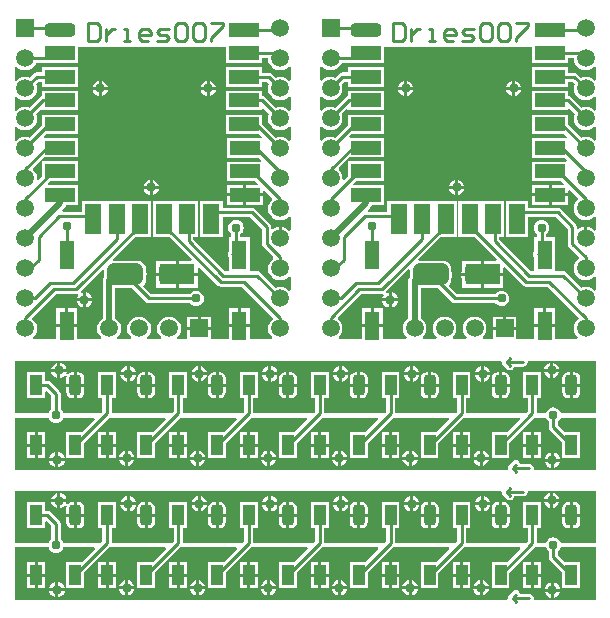
<source format=gtl>
G04 Layer_Physical_Order=1*
G04 Layer_Color=255*
%FSLAX23Y23*%
%MOIN*%
G70*
G01*
G75*
G04:AMPARAMS|DCode=10|XSize=118mil|YSize=71mil|CornerRadius=18mil|HoleSize=0mil|Usage=FLASHONLY|Rotation=0.000|XOffset=0mil|YOffset=0mil|HoleType=Round|Shape=RoundedRectangle|*
%AMROUNDEDRECTD10*
21,1,0.118,0.035,0,0,0.0*
21,1,0.083,0.071,0,0,0.0*
1,1,0.035,0.041,-0.018*
1,1,0.035,-0.041,-0.018*
1,1,0.035,-0.041,0.018*
1,1,0.035,0.041,0.018*
%
%ADD10ROUNDEDRECTD10*%
%ADD11R,0.118X0.071*%
%ADD12R,0.050X0.098*%
%ADD13R,0.100X0.045*%
%ADD14R,0.055X0.100*%
G04:AMPARAMS|DCode=15|XSize=45mil|YSize=100mil|CornerRadius=11mil|HoleSize=0mil|Usage=FLASHONLY|Rotation=90.000|XOffset=0mil|YOffset=0mil|HoleType=Round|Shape=RoundedRectangle|*
%AMROUNDEDRECTD15*
21,1,0.045,0.078,0,0,90.0*
21,1,0.023,0.100,0,0,90.0*
1,1,0.023,0.039,0.011*
1,1,0.023,0.039,-0.011*
1,1,0.023,-0.039,-0.011*
1,1,0.023,-0.039,0.011*
%
%ADD15ROUNDEDRECTD15*%
%ADD16C,0.010*%
%ADD17C,0.020*%
%ADD18R,0.039X0.067*%
%ADD19R,0.039X0.067*%
G04:AMPARAMS|DCode=20|XSize=67mil|YSize=39mil|CornerRadius=10mil|HoleSize=0mil|Usage=FLASHONLY|Rotation=270.000|XOffset=0mil|YOffset=0mil|HoleType=Round|Shape=RoundedRectangle|*
%AMROUNDEDRECTD20*
21,1,0.067,0.020,0,0,270.0*
21,1,0.047,0.039,0,0,270.0*
1,1,0.020,-0.010,-0.024*
1,1,0.020,-0.010,0.024*
1,1,0.020,0.010,0.024*
1,1,0.020,0.010,-0.024*
%
%ADD20ROUNDEDRECTD20*%
%ADD21C,0.050*%
%ADD22R,0.050X0.050*%
%ADD23C,0.059*%
%ADD24R,0.059X0.059*%
%ADD25R,0.059X0.059*%
%ADD26C,0.031*%
G36*
X1333Y1114D02*
Y1091D01*
X1330Y1086D01*
X1328Y1079D01*
Y953D01*
X1320Y947D01*
X1314Y938D01*
X1310Y929D01*
X1309Y919D01*
X1310Y908D01*
X1314Y899D01*
X1320Y890D01*
X1322Y889D01*
X1321Y884D01*
X1242D01*
Y923D01*
X1207D01*
X1172D01*
Y884D01*
X1096D01*
X1095Y889D01*
X1097Y890D01*
X1103Y899D01*
X1107Y908D01*
X1108Y919D01*
X1107Y929D01*
X1103Y938D01*
X1097Y947D01*
X1092Y950D01*
X1092Y955D01*
X1170Y1034D01*
X1239D01*
X1244Y1035D01*
X1246Y1032D01*
X1247Y1031D01*
X1244Y1027D01*
X1241Y1021D01*
X1241Y1019D01*
X1262D01*
Y1039D01*
X1260Y1039D01*
X1256Y1038D01*
X1253Y1042D01*
X1328Y1116D01*
X1333Y1114D01*
D02*
G37*
G36*
X1258Y1856D02*
X1740D01*
Y1804D01*
X1860D01*
Y1821D01*
X1876D01*
X1879Y1819D01*
X1880Y1808D01*
X1884Y1799D01*
X1890Y1790D01*
X1899Y1784D01*
X1908Y1780D01*
X1919Y1779D01*
X1929Y1780D01*
X1938Y1784D01*
X1947Y1790D01*
X1948Y1792D01*
X1953Y1791D01*
Y1746D01*
X1948Y1745D01*
X1947Y1747D01*
X1938Y1753D01*
X1929Y1757D01*
X1919Y1758D01*
X1908Y1757D01*
X1904Y1755D01*
X1891Y1767D01*
X1886Y1771D01*
X1881Y1772D01*
X1860D01*
Y1789D01*
X1740D01*
Y1724D01*
X1860D01*
Y1741D01*
X1874D01*
X1882Y1733D01*
X1880Y1729D01*
X1879Y1719D01*
X1880Y1708D01*
X1884Y1699D01*
X1890Y1690D01*
X1899Y1684D01*
X1908Y1680D01*
X1919Y1679D01*
X1929Y1680D01*
X1938Y1684D01*
X1947Y1690D01*
X1948Y1692D01*
X1953Y1691D01*
Y1646D01*
X1948Y1645D01*
X1947Y1647D01*
X1938Y1653D01*
X1929Y1657D01*
X1919Y1658D01*
X1908Y1657D01*
X1904Y1655D01*
X1869Y1689D01*
X1864Y1693D01*
X1860Y1694D01*
Y1711D01*
X1740D01*
Y1646D01*
X1860D01*
Y1649D01*
X1864Y1651D01*
X1882Y1633D01*
X1880Y1629D01*
X1879Y1619D01*
X1880Y1608D01*
X1884Y1599D01*
X1890Y1590D01*
X1899Y1584D01*
X1908Y1580D01*
X1919Y1579D01*
X1929Y1580D01*
X1938Y1584D01*
X1947Y1590D01*
X1948Y1592D01*
X1953Y1591D01*
Y1546D01*
X1948Y1545D01*
X1947Y1547D01*
X1938Y1553D01*
X1929Y1557D01*
X1919Y1558D01*
X1908Y1557D01*
X1904Y1555D01*
X1860Y1599D01*
Y1632D01*
X1740D01*
Y1567D01*
X1848D01*
X1857Y1558D01*
X1855Y1553D01*
X1741D01*
Y1488D01*
X1847D01*
X1856Y1480D01*
X1854Y1475D01*
X1741D01*
Y1410D01*
X1835D01*
X1845Y1401D01*
X1843Y1396D01*
X1806D01*
Y1369D01*
X1861D01*
Y1378D01*
X1865Y1380D01*
X1892Y1353D01*
X1892Y1348D01*
X1890Y1347D01*
X1884Y1338D01*
X1880Y1329D01*
X1879Y1319D01*
X1880Y1308D01*
X1884Y1299D01*
X1890Y1290D01*
X1899Y1284D01*
X1908Y1280D01*
X1919Y1279D01*
X1929Y1280D01*
X1938Y1284D01*
X1947Y1290D01*
X1948Y1292D01*
X1953Y1291D01*
Y1246D01*
X1948Y1245D01*
X1947Y1247D01*
X1938Y1253D01*
X1929Y1257D01*
X1924Y1258D01*
Y1219D01*
X1914D01*
Y1258D01*
X1908Y1257D01*
X1899Y1253D01*
X1894Y1250D01*
X1889Y1252D01*
Y1257D01*
X1888Y1263D01*
X1885Y1268D01*
X1836Y1316D01*
X1831Y1320D01*
X1826Y1321D01*
X1727D01*
Y1343D01*
X1652D01*
Y1223D01*
X1727D01*
Y1290D01*
X1819D01*
X1859Y1251D01*
Y1200D01*
X1860Y1194D01*
X1863Y1189D01*
X1895Y1157D01*
X1895Y1150D01*
X1890Y1147D01*
X1884Y1138D01*
X1880Y1129D01*
X1879Y1119D01*
X1880Y1108D01*
X1884Y1099D01*
X1890Y1090D01*
X1899Y1084D01*
X1908Y1080D01*
X1919Y1079D01*
X1929Y1080D01*
X1938Y1084D01*
X1947Y1090D01*
X1948Y1092D01*
X1953Y1091D01*
Y1046D01*
X1948Y1045D01*
X1947Y1047D01*
X1938Y1053D01*
X1929Y1057D01*
X1919Y1058D01*
X1908Y1057D01*
X1904Y1055D01*
X1853Y1106D01*
X1848Y1109D01*
X1842Y1110D01*
X1817D01*
Y1223D01*
X1787D01*
Y1234D01*
X1790Y1236D01*
X1794Y1241D01*
X1797Y1248D01*
X1798Y1254D01*
X1797Y1261D01*
X1794Y1267D01*
X1790Y1273D01*
X1785Y1277D01*
X1778Y1279D01*
X1772Y1280D01*
X1765Y1279D01*
X1759Y1277D01*
X1753Y1273D01*
X1749Y1267D01*
X1747Y1261D01*
X1746Y1254D01*
X1747Y1248D01*
X1749Y1241D01*
X1753Y1236D01*
X1756Y1234D01*
Y1223D01*
X1747D01*
Y1177D01*
X1744Y1172D01*
X1743Y1167D01*
X1744Y1161D01*
X1747Y1156D01*
Y1110D01*
X1735D01*
X1630Y1216D01*
Y1223D01*
X1647D01*
Y1343D01*
X1572D01*
X1572Y1343D01*
X1569D01*
Y1343D01*
X1567Y1343D01*
X1494D01*
Y1223D01*
X1549D01*
X1623Y1149D01*
X1621Y1144D01*
X1580D01*
Y1104D01*
X1644D01*
Y1121D01*
X1649Y1123D01*
X1709Y1062D01*
X1714Y1059D01*
X1720Y1058D01*
X1792D01*
X1895Y955D01*
X1894Y950D01*
X1890Y947D01*
X1884Y938D01*
X1880Y929D01*
X1879Y919D01*
X1880Y908D01*
X1884Y899D01*
X1890Y890D01*
X1892Y889D01*
X1891Y884D01*
X1817D01*
Y923D01*
X1782D01*
X1747D01*
Y884D01*
X1688D01*
Y914D01*
X1649D01*
X1609D01*
Y884D01*
X1576D01*
X1575Y889D01*
X1577Y890D01*
X1583Y899D01*
X1587Y908D01*
X1588Y919D01*
X1587Y929D01*
X1583Y938D01*
X1577Y947D01*
X1568Y953D01*
X1559Y957D01*
X1549Y958D01*
X1538Y957D01*
X1529Y953D01*
X1520Y947D01*
X1514Y938D01*
X1510Y929D01*
X1509Y919D01*
X1510Y908D01*
X1514Y899D01*
X1520Y890D01*
X1522Y889D01*
X1521Y884D01*
X1476D01*
X1475Y889D01*
X1477Y890D01*
X1483Y899D01*
X1487Y908D01*
X1488Y919D01*
X1487Y929D01*
X1483Y938D01*
X1477Y947D01*
X1468Y953D01*
X1459Y957D01*
X1449Y958D01*
X1438Y957D01*
X1429Y953D01*
X1420Y947D01*
X1414Y938D01*
X1410Y929D01*
X1409Y919D01*
X1410Y908D01*
X1414Y899D01*
X1420Y890D01*
X1422Y889D01*
X1421Y884D01*
X1376D01*
X1375Y889D01*
X1377Y890D01*
X1383Y899D01*
X1387Y908D01*
X1388Y919D01*
X1387Y929D01*
X1383Y938D01*
X1377Y947D01*
X1369Y953D01*
Y1053D01*
X1426D01*
X1471Y1008D01*
X1476Y1004D01*
X1482Y1003D01*
X1618D01*
X1620Y1000D01*
X1626Y996D01*
X1632Y993D01*
X1639Y993D01*
X1645Y993D01*
X1651Y996D01*
X1657Y1000D01*
X1661Y1006D01*
X1664Y1012D01*
X1664Y1019D01*
X1664Y1025D01*
X1661Y1031D01*
X1657Y1037D01*
X1651Y1041D01*
X1645Y1044D01*
X1639Y1044D01*
X1632Y1044D01*
X1626Y1041D01*
X1620Y1037D01*
X1618Y1034D01*
X1488D01*
X1463Y1059D01*
X1463Y1061D01*
X1467Y1067D01*
X1470Y1074D01*
X1471Y1081D01*
Y1086D01*
X1473Y1089D01*
X1474Y1099D01*
X1473Y1108D01*
X1471Y1111D01*
Y1116D01*
X1470Y1123D01*
X1467Y1130D01*
X1463Y1136D01*
X1457Y1140D01*
X1450Y1143D01*
X1443Y1144D01*
X1363D01*
X1360Y1149D01*
X1434Y1223D01*
X1489D01*
Y1343D01*
X1416D01*
X1414Y1343D01*
Y1343D01*
X1411D01*
Y1343D01*
X1336D01*
Y1343D01*
X1333D01*
Y1343D01*
X1258D01*
Y1308D01*
X1194D01*
X1192Y1313D01*
X1200Y1321D01*
X1204Y1328D01*
X1205Y1332D01*
X1246D01*
Y1397D01*
X1145D01*
X1143Y1402D01*
X1153Y1411D01*
X1246D01*
Y1476D01*
X1126D01*
Y1427D01*
X1113Y1414D01*
X1108Y1416D01*
X1108Y1419D01*
X1107Y1429D01*
X1103Y1438D01*
X1097Y1447D01*
X1095Y1448D01*
X1095Y1453D01*
X1131Y1489D01*
X1246D01*
Y1554D01*
X1132D01*
X1130Y1559D01*
X1139Y1567D01*
X1246D01*
Y1632D01*
X1126D01*
Y1597D01*
X1083Y1555D01*
X1079Y1557D01*
X1069Y1558D01*
X1058Y1557D01*
X1049Y1553D01*
X1040Y1547D01*
X1039Y1545D01*
X1034Y1546D01*
Y1591D01*
X1039Y1592D01*
X1040Y1590D01*
X1049Y1584D01*
X1058Y1580D01*
X1069Y1579D01*
X1079Y1580D01*
X1088Y1584D01*
X1097Y1590D01*
X1103Y1599D01*
X1107Y1608D01*
X1108Y1619D01*
X1107Y1629D01*
X1105Y1633D01*
X1121Y1649D01*
X1126Y1647D01*
Y1647D01*
X1246D01*
Y1712D01*
X1126D01*
Y1694D01*
X1124Y1694D01*
X1119Y1690D01*
X1083Y1655D01*
X1079Y1657D01*
X1069Y1658D01*
X1058Y1657D01*
X1049Y1653D01*
X1040Y1647D01*
X1039Y1645D01*
X1034Y1646D01*
Y1691D01*
X1039Y1692D01*
X1040Y1690D01*
X1049Y1684D01*
X1058Y1680D01*
X1069Y1679D01*
X1079Y1680D01*
X1088Y1684D01*
X1097Y1690D01*
X1103Y1699D01*
X1107Y1708D01*
X1108Y1719D01*
X1107Y1729D01*
X1105Y1733D01*
X1114Y1742D01*
X1126D01*
Y1725D01*
X1246D01*
Y1790D01*
X1126D01*
Y1773D01*
X1108D01*
X1102Y1772D01*
X1097Y1768D01*
X1083Y1755D01*
X1079Y1757D01*
X1069Y1758D01*
X1058Y1757D01*
X1049Y1753D01*
X1040Y1747D01*
X1039Y1745D01*
X1034Y1746D01*
Y1791D01*
X1039Y1792D01*
X1040Y1790D01*
X1049Y1784D01*
X1058Y1780D01*
X1069Y1779D01*
X1079Y1780D01*
X1088Y1784D01*
X1097Y1790D01*
X1103Y1799D01*
X1105Y1803D01*
X1168D01*
X1171Y1804D01*
X1246D01*
Y1857D01*
X1258D01*
Y1856D01*
D02*
G37*
%LPC*%
G36*
X1272Y1039D02*
Y1019D01*
X1292D01*
X1292Y1021D01*
X1289Y1027D01*
X1285Y1033D01*
X1280Y1037D01*
X1273Y1039D01*
X1272Y1039D01*
D02*
G37*
G36*
X1292Y1009D02*
X1272D01*
Y989D01*
X1273Y989D01*
X1280Y992D01*
X1285Y996D01*
X1289Y1001D01*
X1292Y1007D01*
X1292Y1009D01*
D02*
G37*
G36*
X1262D02*
X1241D01*
X1241Y1007D01*
X1244Y1001D01*
X1248Y996D01*
X1254Y992D01*
X1260Y989D01*
X1262Y989D01*
Y1009D01*
D02*
G37*
G36*
X1242Y987D02*
X1212D01*
Y933D01*
X1242D01*
Y987D01*
D02*
G37*
G36*
X1202D02*
X1172D01*
Y933D01*
X1202D01*
Y987D01*
D02*
G37*
G36*
X1796Y1359D02*
X1741D01*
Y1331D01*
X1796D01*
Y1359D01*
D02*
G37*
G36*
X1644Y1094D02*
X1580D01*
Y1053D01*
X1644D01*
Y1094D01*
D02*
G37*
G36*
X1570Y1144D02*
X1506D01*
Y1112D01*
X1504Y1108D01*
X1504Y1104D01*
X1539D01*
Y1094D01*
X1504D01*
X1504Y1089D01*
X1506Y1085D01*
Y1053D01*
X1570D01*
Y1099D01*
Y1144D01*
D02*
G37*
G36*
X1777Y987D02*
X1747D01*
Y933D01*
X1777D01*
Y987D01*
D02*
G37*
G36*
X1688Y958D02*
X1654D01*
Y924D01*
X1688D01*
Y958D01*
D02*
G37*
G36*
X1644D02*
X1609D01*
Y924D01*
X1644D01*
Y958D01*
D02*
G37*
G36*
X1817Y987D02*
X1787D01*
Y933D01*
X1817D01*
Y987D01*
D02*
G37*
G36*
X1861Y1359D02*
X1806D01*
Y1331D01*
X1861D01*
Y1359D01*
D02*
G37*
G36*
X1314Y1744D02*
X1312Y1744D01*
X1306Y1741D01*
X1300Y1737D01*
X1296Y1731D01*
X1293Y1725D01*
X1293Y1724D01*
X1314D01*
Y1744D01*
D02*
G37*
G36*
X1704Y1714D02*
X1684D01*
Y1693D01*
X1685Y1693D01*
X1691Y1696D01*
X1697Y1700D01*
X1701Y1706D01*
X1704Y1712D01*
X1704Y1714D01*
D02*
G37*
G36*
X1674D02*
X1653D01*
X1653Y1712D01*
X1656Y1706D01*
X1660Y1700D01*
X1666Y1696D01*
X1672Y1693D01*
X1674Y1693D01*
Y1714D01*
D02*
G37*
G36*
X1684Y1744D02*
Y1724D01*
X1704D01*
X1704Y1725D01*
X1701Y1731D01*
X1697Y1737D01*
X1691Y1741D01*
X1685Y1744D01*
X1684Y1744D01*
D02*
G37*
G36*
X1674D02*
X1672Y1744D01*
X1666Y1741D01*
X1660Y1737D01*
X1656Y1731D01*
X1653Y1725D01*
X1653Y1724D01*
X1674D01*
Y1744D01*
D02*
G37*
G36*
X1324D02*
Y1724D01*
X1344D01*
X1344Y1725D01*
X1341Y1731D01*
X1337Y1737D01*
X1331Y1741D01*
X1325Y1744D01*
X1324Y1744D01*
D02*
G37*
G36*
X1344Y1714D02*
X1324D01*
Y1693D01*
X1325Y1693D01*
X1331Y1696D01*
X1337Y1700D01*
X1341Y1706D01*
X1344Y1712D01*
X1344Y1714D01*
D02*
G37*
G36*
X1796Y1396D02*
X1741D01*
Y1369D01*
X1796D01*
Y1396D01*
D02*
G37*
G36*
X1514Y1384D02*
X1494D01*
Y1363D01*
X1495Y1363D01*
X1501Y1366D01*
X1507Y1370D01*
X1511Y1376D01*
X1514Y1382D01*
X1514Y1384D01*
D02*
G37*
G36*
X1484D02*
X1463D01*
X1463Y1382D01*
X1466Y1376D01*
X1470Y1370D01*
X1476Y1366D01*
X1482Y1363D01*
X1484Y1363D01*
Y1384D01*
D02*
G37*
G36*
X1314Y1714D02*
X1293D01*
X1293Y1712D01*
X1296Y1706D01*
X1300Y1700D01*
X1306Y1696D01*
X1312Y1693D01*
X1314Y1693D01*
Y1714D01*
D02*
G37*
G36*
X1494Y1414D02*
Y1394D01*
X1514D01*
X1514Y1395D01*
X1511Y1401D01*
X1507Y1407D01*
X1501Y1411D01*
X1495Y1414D01*
X1494Y1414D01*
D02*
G37*
G36*
X1484D02*
X1482Y1414D01*
X1476Y1411D01*
X1470Y1407D01*
X1466Y1401D01*
X1463Y1395D01*
X1463Y1394D01*
X1484D01*
Y1414D01*
D02*
G37*
%LPD*%
G36*
X314Y1114D02*
Y1091D01*
X311Y1086D01*
X310Y1079D01*
Y953D01*
X302Y947D01*
X295Y938D01*
X291Y929D01*
X290Y919D01*
X291Y908D01*
X295Y899D01*
X302Y890D01*
X304Y889D01*
X302Y884D01*
X224D01*
Y923D01*
X189D01*
X154D01*
Y884D01*
X78D01*
X76Y889D01*
X78Y890D01*
X85Y899D01*
X89Y908D01*
X90Y919D01*
X89Y929D01*
X85Y938D01*
X78Y947D01*
X73Y950D01*
X73Y955D01*
X152Y1034D01*
X221D01*
X225Y1035D01*
X228Y1032D01*
X228Y1031D01*
X226Y1027D01*
X223Y1021D01*
X223Y1019D01*
X243D01*
Y1039D01*
X241Y1039D01*
X238Y1038D01*
X235Y1042D01*
X309Y1116D01*
X314Y1114D01*
D02*
G37*
G36*
X240Y1856D02*
X721D01*
Y1804D01*
X841D01*
Y1821D01*
X858D01*
X860Y1819D01*
X861Y1808D01*
X865Y1799D01*
X872Y1790D01*
X880Y1784D01*
X890Y1780D01*
X900Y1779D01*
X910Y1780D01*
X920Y1784D01*
X928Y1790D01*
X930Y1792D01*
X935Y1791D01*
Y1746D01*
X930Y1745D01*
X928Y1747D01*
X920Y1753D01*
X910Y1757D01*
X900Y1758D01*
X890Y1757D01*
X885Y1755D01*
X873Y1767D01*
X868Y1771D01*
X862Y1772D01*
X841D01*
Y1789D01*
X721D01*
Y1724D01*
X841D01*
Y1741D01*
X856D01*
X863Y1733D01*
X861Y1729D01*
X860Y1719D01*
X861Y1708D01*
X865Y1699D01*
X872Y1690D01*
X880Y1684D01*
X890Y1680D01*
X900Y1679D01*
X910Y1680D01*
X920Y1684D01*
X928Y1690D01*
X930Y1692D01*
X935Y1691D01*
Y1646D01*
X930Y1645D01*
X928Y1647D01*
X920Y1653D01*
X910Y1657D01*
X900Y1658D01*
X890Y1657D01*
X885Y1655D01*
X851Y1689D01*
X846Y1693D01*
X841Y1694D01*
Y1711D01*
X721D01*
Y1646D01*
X841D01*
Y1649D01*
X846Y1651D01*
X863Y1633D01*
X861Y1629D01*
X860Y1619D01*
X861Y1608D01*
X865Y1599D01*
X872Y1590D01*
X880Y1584D01*
X890Y1580D01*
X900Y1579D01*
X910Y1580D01*
X920Y1584D01*
X928Y1590D01*
X930Y1592D01*
X935Y1591D01*
Y1546D01*
X930Y1545D01*
X928Y1547D01*
X920Y1553D01*
X910Y1557D01*
X900Y1558D01*
X890Y1557D01*
X885Y1555D01*
X841Y1599D01*
Y1632D01*
X721D01*
Y1567D01*
X830D01*
X839Y1558D01*
X837Y1553D01*
X722D01*
Y1488D01*
X829D01*
X837Y1480D01*
X835Y1475D01*
X722D01*
Y1410D01*
X817D01*
X826Y1401D01*
X824Y1396D01*
X787D01*
Y1369D01*
X842D01*
Y1378D01*
X847Y1380D01*
X874Y1353D01*
X874Y1348D01*
X872Y1347D01*
X865Y1338D01*
X861Y1329D01*
X860Y1319D01*
X861Y1308D01*
X865Y1299D01*
X872Y1290D01*
X880Y1284D01*
X890Y1280D01*
X900Y1279D01*
X910Y1280D01*
X920Y1284D01*
X928Y1290D01*
X930Y1292D01*
X935Y1291D01*
Y1246D01*
X930Y1245D01*
X928Y1247D01*
X920Y1253D01*
X910Y1257D01*
X905Y1258D01*
Y1219D01*
X895D01*
Y1258D01*
X890Y1257D01*
X880Y1253D01*
X876Y1250D01*
X871Y1252D01*
Y1257D01*
X870Y1263D01*
X866Y1268D01*
X818Y1316D01*
X813Y1320D01*
X807Y1321D01*
X709D01*
Y1343D01*
X633D01*
Y1223D01*
X709D01*
Y1290D01*
X801D01*
X840Y1251D01*
Y1200D01*
X841Y1194D01*
X845Y1189D01*
X877Y1157D01*
X877Y1150D01*
X872Y1147D01*
X865Y1138D01*
X861Y1129D01*
X860Y1119D01*
X861Y1108D01*
X865Y1099D01*
X872Y1090D01*
X880Y1084D01*
X890Y1080D01*
X900Y1079D01*
X910Y1080D01*
X920Y1084D01*
X928Y1090D01*
X930Y1092D01*
X935Y1091D01*
Y1046D01*
X930Y1045D01*
X928Y1047D01*
X920Y1053D01*
X910Y1057D01*
X900Y1058D01*
X890Y1057D01*
X885Y1055D01*
X834Y1106D01*
X829Y1109D01*
X823Y1110D01*
X799D01*
Y1223D01*
X768D01*
Y1234D01*
X772Y1236D01*
X776Y1241D01*
X778Y1248D01*
X779Y1254D01*
X778Y1261D01*
X776Y1267D01*
X772Y1273D01*
X766Y1277D01*
X760Y1279D01*
X753Y1280D01*
X746Y1279D01*
X740Y1277D01*
X735Y1273D01*
X731Y1267D01*
X728Y1261D01*
X727Y1254D01*
X728Y1248D01*
X731Y1241D01*
X735Y1236D01*
X738Y1234D01*
Y1223D01*
X729D01*
Y1177D01*
X726Y1172D01*
X725Y1167D01*
X726Y1161D01*
X729Y1156D01*
Y1110D01*
X717D01*
X611Y1216D01*
Y1223D01*
X628D01*
Y1343D01*
X553D01*
X553Y1343D01*
X550D01*
Y1343D01*
X549Y1343D01*
X475D01*
Y1223D01*
X531D01*
X605Y1149D01*
X603Y1144D01*
X562D01*
Y1104D01*
X626D01*
Y1121D01*
X630Y1123D01*
X691Y1062D01*
X696Y1059D01*
X702Y1058D01*
X773D01*
X876Y955D01*
X876Y950D01*
X872Y947D01*
X865Y938D01*
X861Y929D01*
X860Y919D01*
X861Y908D01*
X865Y899D01*
X872Y890D01*
X874Y889D01*
X872Y884D01*
X799D01*
Y923D01*
X764D01*
X729D01*
Y884D01*
X670D01*
Y914D01*
X630D01*
X590D01*
Y884D01*
X558D01*
X556Y889D01*
X558Y890D01*
X565Y899D01*
X569Y908D01*
X570Y919D01*
X569Y929D01*
X565Y938D01*
X558Y947D01*
X550Y953D01*
X540Y957D01*
X530Y958D01*
X520Y957D01*
X510Y953D01*
X502Y947D01*
X495Y938D01*
X491Y929D01*
X490Y919D01*
X491Y908D01*
X495Y899D01*
X502Y890D01*
X504Y889D01*
X502Y884D01*
X458D01*
X456Y889D01*
X458Y890D01*
X465Y899D01*
X469Y908D01*
X470Y919D01*
X469Y929D01*
X465Y938D01*
X458Y947D01*
X450Y953D01*
X440Y957D01*
X430Y958D01*
X420Y957D01*
X410Y953D01*
X402Y947D01*
X395Y938D01*
X391Y929D01*
X390Y919D01*
X391Y908D01*
X395Y899D01*
X402Y890D01*
X404Y889D01*
X402Y884D01*
X358D01*
X356Y889D01*
X358Y890D01*
X365Y899D01*
X369Y908D01*
X370Y919D01*
X369Y929D01*
X365Y938D01*
X358Y947D01*
X350Y953D01*
Y1053D01*
X407D01*
X453Y1008D01*
X458Y1004D01*
X463Y1003D01*
X599D01*
X602Y1000D01*
X607Y996D01*
X613Y993D01*
X620Y993D01*
X627Y993D01*
X633Y996D01*
X638Y1000D01*
X642Y1006D01*
X645Y1012D01*
X646Y1019D01*
X645Y1025D01*
X642Y1031D01*
X638Y1037D01*
X633Y1041D01*
X627Y1044D01*
X620Y1044D01*
X613Y1044D01*
X607Y1041D01*
X602Y1037D01*
X599Y1034D01*
X470D01*
X444Y1059D01*
X444Y1061D01*
X449Y1067D01*
X452Y1074D01*
X453Y1081D01*
Y1086D01*
X454Y1089D01*
X455Y1099D01*
X454Y1108D01*
X453Y1111D01*
Y1116D01*
X452Y1123D01*
X449Y1130D01*
X444Y1136D01*
X439Y1140D01*
X432Y1143D01*
X425Y1144D01*
X344D01*
X342Y1149D01*
X415Y1223D01*
X470D01*
Y1343D01*
X398D01*
X396Y1343D01*
Y1343D01*
X393D01*
Y1343D01*
X317D01*
Y1343D01*
X315D01*
Y1343D01*
X240D01*
Y1308D01*
X175D01*
X173Y1313D01*
X181Y1321D01*
X186Y1328D01*
X187Y1332D01*
X227D01*
Y1397D01*
X127D01*
X125Y1402D01*
X134Y1411D01*
X227D01*
Y1476D01*
X107D01*
Y1427D01*
X94Y1414D01*
X90Y1416D01*
X90Y1419D01*
X89Y1429D01*
X85Y1438D01*
X78Y1447D01*
X76Y1448D01*
X76Y1453D01*
X112Y1489D01*
X227D01*
Y1554D01*
X114D01*
X112Y1559D01*
X120Y1567D01*
X227D01*
Y1632D01*
X107D01*
Y1597D01*
X65Y1555D01*
X60Y1557D01*
X50Y1558D01*
X40Y1557D01*
X30Y1553D01*
X22Y1547D01*
X20Y1545D01*
X15Y1546D01*
Y1591D01*
X20Y1592D01*
X22Y1590D01*
X30Y1584D01*
X40Y1580D01*
X50Y1579D01*
X60Y1580D01*
X70Y1584D01*
X78Y1590D01*
X85Y1599D01*
X89Y1608D01*
X90Y1619D01*
X89Y1629D01*
X87Y1633D01*
X102Y1649D01*
X107Y1647D01*
Y1647D01*
X227D01*
Y1712D01*
X107D01*
Y1694D01*
X105Y1694D01*
X100Y1690D01*
X65Y1655D01*
X60Y1657D01*
X50Y1658D01*
X40Y1657D01*
X30Y1653D01*
X22Y1647D01*
X20Y1645D01*
X15Y1646D01*
Y1691D01*
X20Y1692D01*
X22Y1690D01*
X30Y1684D01*
X40Y1680D01*
X50Y1679D01*
X60Y1680D01*
X70Y1684D01*
X78Y1690D01*
X85Y1699D01*
X89Y1708D01*
X90Y1719D01*
X89Y1729D01*
X87Y1733D01*
X95Y1742D01*
X107D01*
Y1725D01*
X227D01*
Y1790D01*
X107D01*
Y1773D01*
X89D01*
X83Y1772D01*
X78Y1768D01*
X65Y1755D01*
X60Y1757D01*
X50Y1758D01*
X40Y1757D01*
X30Y1753D01*
X22Y1747D01*
X20Y1745D01*
X15Y1746D01*
Y1791D01*
X20Y1792D01*
X22Y1790D01*
X30Y1784D01*
X40Y1780D01*
X50Y1779D01*
X60Y1780D01*
X70Y1784D01*
X78Y1790D01*
X85Y1799D01*
X86Y1803D01*
X149D01*
X153Y1804D01*
X227D01*
Y1857D01*
X240D01*
Y1856D01*
D02*
G37*
%LPC*%
G36*
X253Y1039D02*
Y1019D01*
X273D01*
X273Y1021D01*
X271Y1027D01*
X266Y1033D01*
X261Y1037D01*
X255Y1039D01*
X253Y1039D01*
D02*
G37*
G36*
X273Y1009D02*
X253D01*
Y989D01*
X255Y989D01*
X261Y992D01*
X266Y996D01*
X271Y1001D01*
X273Y1007D01*
X273Y1009D01*
D02*
G37*
G36*
X243D02*
X223D01*
X223Y1007D01*
X226Y1001D01*
X230Y996D01*
X235Y992D01*
X241Y989D01*
X243Y989D01*
Y1009D01*
D02*
G37*
G36*
X224Y987D02*
X194D01*
Y933D01*
X224D01*
Y987D01*
D02*
G37*
G36*
X184D02*
X154D01*
Y933D01*
X184D01*
Y987D01*
D02*
G37*
G36*
X777Y1359D02*
X722D01*
Y1331D01*
X777D01*
Y1359D01*
D02*
G37*
G36*
X626Y1094D02*
X562D01*
Y1053D01*
X626D01*
Y1094D01*
D02*
G37*
G36*
X552Y1144D02*
X488D01*
Y1112D01*
X486Y1108D01*
X485Y1104D01*
X520D01*
Y1094D01*
X485D01*
X486Y1089D01*
X488Y1085D01*
Y1053D01*
X552D01*
Y1099D01*
Y1144D01*
D02*
G37*
G36*
X759Y987D02*
X729D01*
Y933D01*
X759D01*
Y987D01*
D02*
G37*
G36*
X670Y958D02*
X635D01*
Y924D01*
X670D01*
Y958D01*
D02*
G37*
G36*
X625D02*
X590D01*
Y924D01*
X625D01*
Y958D01*
D02*
G37*
G36*
X799Y987D02*
X769D01*
Y933D01*
X799D01*
Y987D01*
D02*
G37*
G36*
X842Y1359D02*
X787D01*
Y1331D01*
X842D01*
Y1359D01*
D02*
G37*
G36*
X295Y1744D02*
X293Y1744D01*
X287Y1741D01*
X282Y1737D01*
X278Y1731D01*
X275Y1725D01*
X275Y1724D01*
X295D01*
Y1744D01*
D02*
G37*
G36*
X685Y1714D02*
X665D01*
Y1693D01*
X667Y1693D01*
X673Y1696D01*
X678Y1700D01*
X682Y1706D01*
X685Y1712D01*
X685Y1714D01*
D02*
G37*
G36*
X655D02*
X635D01*
X635Y1712D01*
X638Y1706D01*
X642Y1700D01*
X647Y1696D01*
X653Y1693D01*
X655Y1693D01*
Y1714D01*
D02*
G37*
G36*
X665Y1744D02*
Y1724D01*
X685D01*
X685Y1725D01*
X682Y1731D01*
X678Y1737D01*
X673Y1741D01*
X667Y1744D01*
X665Y1744D01*
D02*
G37*
G36*
X655D02*
X653Y1744D01*
X647Y1741D01*
X642Y1737D01*
X638Y1731D01*
X635Y1725D01*
X635Y1724D01*
X655D01*
Y1744D01*
D02*
G37*
G36*
X305D02*
Y1724D01*
X325D01*
X325Y1725D01*
X322Y1731D01*
X318Y1737D01*
X313Y1741D01*
X307Y1744D01*
X305Y1744D01*
D02*
G37*
G36*
X325Y1714D02*
X305D01*
Y1693D01*
X307Y1693D01*
X313Y1696D01*
X318Y1700D01*
X322Y1706D01*
X325Y1712D01*
X325Y1714D01*
D02*
G37*
G36*
X777Y1396D02*
X722D01*
Y1369D01*
X777D01*
Y1396D01*
D02*
G37*
G36*
X495Y1384D02*
X475D01*
Y1363D01*
X477Y1363D01*
X483Y1366D01*
X488Y1370D01*
X492Y1376D01*
X495Y1382D01*
X495Y1384D01*
D02*
G37*
G36*
X465D02*
X445D01*
X445Y1382D01*
X448Y1376D01*
X452Y1370D01*
X457Y1366D01*
X463Y1363D01*
X465Y1363D01*
Y1384D01*
D02*
G37*
G36*
X295Y1714D02*
X275D01*
X275Y1712D01*
X278Y1706D01*
X282Y1700D01*
X287Y1696D01*
X293Y1693D01*
X295Y1693D01*
Y1714D01*
D02*
G37*
G36*
X475Y1414D02*
Y1394D01*
X495D01*
X495Y1395D01*
X492Y1401D01*
X488Y1407D01*
X483Y1411D01*
X477Y1414D01*
X475Y1414D01*
D02*
G37*
G36*
X465D02*
X463Y1414D01*
X457Y1411D01*
X452Y1407D01*
X448Y1401D01*
X445Y1395D01*
X445Y1394D01*
X465D01*
Y1414D01*
D02*
G37*
%LPD*%
G36*
X1953Y205D02*
X1836D01*
X1834Y210D01*
X1829Y215D01*
X1824Y219D01*
X1818Y222D01*
X1811Y223D01*
X1804Y222D01*
X1798Y219D01*
X1793Y215D01*
X1789Y210D01*
X1786Y205D01*
X1756D01*
Y253D01*
X1771D01*
Y340D01*
X1711D01*
Y253D01*
X1726D01*
Y209D01*
X1721Y205D01*
X1520D01*
Y253D01*
X1534D01*
Y340D01*
X1475D01*
Y253D01*
X1490D01*
Y209D01*
X1485Y205D01*
X1284D01*
Y253D01*
X1298D01*
Y340D01*
X1239D01*
Y253D01*
X1253D01*
Y209D01*
X1249Y205D01*
X1048D01*
Y253D01*
X1062D01*
Y340D01*
X1003D01*
Y253D01*
X1017D01*
Y209D01*
X1012Y205D01*
X811D01*
Y253D01*
X826D01*
Y340D01*
X766D01*
Y253D01*
X781D01*
Y209D01*
X776Y205D01*
X575D01*
Y253D01*
X590D01*
Y340D01*
X530D01*
Y253D01*
X545D01*
Y209D01*
X540Y205D01*
X339D01*
Y253D01*
X353D01*
Y340D01*
X294D01*
Y253D01*
X308D01*
Y209D01*
X304Y205D01*
X178D01*
X176Y210D01*
X172Y215D01*
X169Y218D01*
Y268D01*
X168Y274D01*
X164Y279D01*
X135Y308D01*
X130Y311D01*
X124Y312D01*
X117D01*
Y340D01*
X58D01*
Y253D01*
X117D01*
Y275D01*
X122Y277D01*
X138Y261D01*
Y218D01*
X135Y215D01*
X131Y210D01*
X129Y205D01*
X15D01*
Y378D01*
X1636D01*
X1639Y375D01*
X1639Y374D01*
X1640Y368D01*
X1644Y363D01*
X1656Y351D01*
X1660Y348D01*
X1666Y347D01*
X1672Y348D01*
X1677Y351D01*
X1680Y356D01*
X1681Y359D01*
X1710D01*
X1715Y360D01*
X1720Y363D01*
X1724Y368D01*
X1725Y374D01*
X1725Y375D01*
X1728Y378D01*
X1953D01*
Y205D01*
D02*
G37*
G36*
Y15D02*
X1748D01*
X1745Y19D01*
X1745Y20D01*
X1744Y26D01*
X1741Y30D01*
X1736Y34D01*
X1730Y35D01*
X1701D01*
X1701Y37D01*
X1697Y42D01*
X1693Y46D01*
X1687Y47D01*
X1681Y46D01*
X1676Y42D01*
X1664Y30D01*
X1661Y26D01*
X1660Y20D01*
X1660Y19D01*
X1656Y15D01*
X15D01*
Y189D01*
X129D01*
X131Y184D01*
X135Y178D01*
X141Y174D01*
X147Y172D01*
X154Y171D01*
X160Y172D01*
X167Y174D01*
X172Y178D01*
X176Y184D01*
X178Y189D01*
X281D01*
X283Y184D01*
X239Y140D01*
X188D01*
Y53D01*
X247D01*
Y105D01*
X331Y189D01*
X518D01*
X520Y184D01*
X476Y140D01*
X424D01*
Y53D01*
X483D01*
Y105D01*
X567Y189D01*
X754D01*
X756Y184D01*
X712Y140D01*
X660D01*
Y53D01*
X720D01*
Y105D01*
X804Y189D01*
X990D01*
X992Y184D01*
X948Y140D01*
X896D01*
Y53D01*
X956D01*
Y105D01*
X1040Y189D01*
X1226D01*
X1228Y184D01*
X1184Y140D01*
X1133D01*
Y53D01*
X1192D01*
Y105D01*
X1276Y189D01*
X1463D01*
X1464Y184D01*
X1420Y140D01*
X1369D01*
Y53D01*
X1428D01*
Y105D01*
X1512Y189D01*
X1699D01*
X1701Y184D01*
X1657Y140D01*
X1605D01*
Y53D01*
X1664D01*
Y105D01*
X1749Y189D01*
X1786D01*
X1789Y184D01*
X1793Y178D01*
X1796Y176D01*
Y157D01*
X1797Y151D01*
X1800Y146D01*
X1841Y105D01*
Y53D01*
X1901D01*
Y140D01*
X1849D01*
X1826Y163D01*
Y176D01*
X1829Y178D01*
X1834Y184D01*
X1836Y189D01*
X1953D01*
Y15D01*
D02*
G37*
%LPC*%
G36*
X1570Y330D02*
X1549D01*
X1550Y328D01*
X1552Y322D01*
X1556Y316D01*
X1562Y312D01*
X1568Y310D01*
X1570Y309D01*
Y330D01*
D02*
G37*
G36*
X1600D02*
X1580D01*
Y309D01*
X1582Y310D01*
X1588Y312D01*
X1593Y316D01*
X1597Y322D01*
X1600Y328D01*
X1600Y330D01*
D02*
G37*
G36*
X1334D02*
X1313D01*
X1313Y328D01*
X1316Y322D01*
X1320Y316D01*
X1326Y312D01*
X1332Y310D01*
X1334Y309D01*
Y330D01*
D02*
G37*
G36*
X1364D02*
X1344D01*
Y309D01*
X1345Y310D01*
X1352Y312D01*
X1357Y316D01*
X1361Y322D01*
X1364Y328D01*
X1364Y330D01*
D02*
G37*
G36*
X1830Y341D02*
X1810D01*
Y321D01*
X1812Y321D01*
X1818Y324D01*
X1823Y328D01*
X1828Y333D01*
X1830Y340D01*
X1830Y341D01*
D02*
G37*
G36*
X212Y341D02*
X208D01*
X200Y339D01*
X193Y335D01*
X192Y333D01*
X191Y333D01*
X188Y337D01*
X188Y339D01*
X189Y340D01*
X168D01*
Y320D01*
X170Y320D01*
X176Y323D01*
X182Y327D01*
X183Y329D01*
X183Y329D01*
X188Y328D01*
X189Y327D01*
X187Y320D01*
Y302D01*
X212D01*
Y341D01*
D02*
G37*
G36*
X158Y340D02*
X138D01*
X138Y339D01*
X141Y332D01*
X145Y327D01*
X150Y323D01*
X157Y320D01*
X158Y320D01*
Y340D01*
D02*
G37*
G36*
X1800Y341D02*
X1780D01*
X1780Y340D01*
X1783Y333D01*
X1787Y328D01*
X1792Y324D01*
X1798Y321D01*
X1800Y321D01*
Y341D01*
D02*
G37*
G36*
X625Y330D02*
X605D01*
X605Y328D01*
X607Y322D01*
X612Y316D01*
X617Y312D01*
X623Y310D01*
X625Y309D01*
Y330D01*
D02*
G37*
G36*
X655D02*
X635D01*
Y309D01*
X637Y310D01*
X643Y312D01*
X648Y316D01*
X652Y322D01*
X655Y328D01*
X655Y330D01*
D02*
G37*
G36*
X389D02*
X368D01*
X369Y328D01*
X371Y322D01*
X375Y316D01*
X381Y312D01*
X387Y310D01*
X389Y309D01*
Y330D01*
D02*
G37*
G36*
X419D02*
X399D01*
Y309D01*
X400Y310D01*
X407Y312D01*
X412Y316D01*
X416Y322D01*
X419Y328D01*
X419Y330D01*
D02*
G37*
G36*
X1097D02*
X1077D01*
X1077Y328D01*
X1080Y322D01*
X1084Y316D01*
X1089Y312D01*
X1096Y310D01*
X1097Y309D01*
Y330D01*
D02*
G37*
G36*
X1128D02*
X1107D01*
Y309D01*
X1109Y310D01*
X1115Y312D01*
X1121Y316D01*
X1125Y322D01*
X1127Y328D01*
X1128Y330D01*
D02*
G37*
G36*
X861D02*
X841D01*
X841Y328D01*
X844Y322D01*
X848Y316D01*
X853Y312D01*
X859Y310D01*
X861Y309D01*
Y330D01*
D02*
G37*
G36*
X891D02*
X871D01*
Y309D01*
X873Y310D01*
X879Y312D01*
X885Y316D01*
X889Y322D01*
X891Y328D01*
X891Y330D01*
D02*
G37*
G36*
X1570Y360D02*
X1568Y360D01*
X1562Y357D01*
X1556Y353D01*
X1552Y348D01*
X1550Y341D01*
X1549Y340D01*
X1570D01*
Y360D01*
D02*
G37*
G36*
X1580D02*
Y340D01*
X1600D01*
X1600Y341D01*
X1597Y348D01*
X1593Y353D01*
X1588Y357D01*
X1582Y360D01*
X1580Y360D01*
D02*
G37*
G36*
X1334D02*
X1332Y360D01*
X1326Y357D01*
X1320Y353D01*
X1316Y348D01*
X1313Y341D01*
X1313Y340D01*
X1334D01*
Y360D01*
D02*
G37*
G36*
X1344D02*
Y340D01*
X1364D01*
X1364Y341D01*
X1361Y348D01*
X1357Y353D01*
X1352Y357D01*
X1345Y360D01*
X1344Y360D01*
D02*
G37*
G36*
X1800Y372D02*
X1798Y372D01*
X1792Y369D01*
X1787Y365D01*
X1783Y359D01*
X1780Y353D01*
X1780Y351D01*
X1800D01*
Y372D01*
D02*
G37*
G36*
X1810D02*
Y351D01*
X1830D01*
X1830Y353D01*
X1828Y359D01*
X1823Y365D01*
X1818Y369D01*
X1812Y372D01*
X1810Y372D01*
D02*
G37*
G36*
X158Y371D02*
X157Y371D01*
X150Y368D01*
X145Y364D01*
X141Y358D01*
X138Y352D01*
X138Y350D01*
X158D01*
Y371D01*
D02*
G37*
G36*
X168D02*
Y350D01*
X189D01*
X188Y352D01*
X186Y358D01*
X182Y364D01*
X176Y368D01*
X170Y371D01*
X168Y371D01*
D02*
G37*
G36*
X625Y360D02*
X623Y360D01*
X617Y357D01*
X612Y353D01*
X607Y348D01*
X605Y341D01*
X605Y340D01*
X625D01*
Y360D01*
D02*
G37*
G36*
X635D02*
Y340D01*
X655D01*
X655Y341D01*
X652Y348D01*
X648Y353D01*
X643Y357D01*
X637Y360D01*
X635Y360D01*
D02*
G37*
G36*
X389D02*
X387Y360D01*
X381Y357D01*
X375Y353D01*
X371Y348D01*
X369Y341D01*
X368Y340D01*
X389D01*
Y360D01*
D02*
G37*
G36*
X399D02*
Y340D01*
X419D01*
X419Y341D01*
X416Y348D01*
X412Y353D01*
X407Y357D01*
X400Y360D01*
X399Y360D01*
D02*
G37*
G36*
X1097D02*
X1096Y360D01*
X1089Y357D01*
X1084Y353D01*
X1080Y348D01*
X1077Y341D01*
X1077Y340D01*
X1097D01*
Y360D01*
D02*
G37*
G36*
X1107D02*
Y340D01*
X1128D01*
X1127Y341D01*
X1125Y348D01*
X1121Y353D01*
X1115Y357D01*
X1109Y360D01*
X1107Y360D01*
D02*
G37*
G36*
X861D02*
X859Y360D01*
X853Y357D01*
X848Y353D01*
X844Y348D01*
X841Y341D01*
X841Y340D01*
X861D01*
Y360D01*
D02*
G37*
G36*
X871D02*
Y340D01*
X891D01*
X891Y341D01*
X889Y348D01*
X885Y353D01*
X879Y357D01*
X873Y360D01*
X871Y360D01*
D02*
G37*
G36*
X1192Y292D02*
X1167D01*
Y253D01*
X1172D01*
X1180Y255D01*
X1187Y259D01*
X1191Y265D01*
X1192Y273D01*
Y292D01*
D02*
G37*
G36*
X1394D02*
X1369D01*
Y273D01*
X1370Y265D01*
X1374Y259D01*
X1381Y255D01*
X1389Y253D01*
X1394D01*
Y292D01*
D02*
G37*
G36*
X956Y292D02*
X931D01*
Y253D01*
X936D01*
X944Y255D01*
X950Y259D01*
X955Y265D01*
X956Y273D01*
Y292D01*
D02*
G37*
G36*
X1157Y292D02*
X1132D01*
Y273D01*
X1134Y265D01*
X1138Y259D01*
X1145Y255D01*
X1153Y253D01*
X1157D01*
Y292D01*
D02*
G37*
G36*
X1665Y292D02*
X1640D01*
Y253D01*
X1645D01*
X1652Y255D01*
X1659Y259D01*
X1663Y265D01*
X1665Y273D01*
Y292D01*
D02*
G37*
G36*
X1866Y292D02*
X1841D01*
Y273D01*
X1842Y265D01*
X1847Y259D01*
X1853Y255D01*
X1861Y253D01*
X1866D01*
Y292D01*
D02*
G37*
G36*
X1429D02*
X1404D01*
Y253D01*
X1408D01*
X1416Y255D01*
X1423Y259D01*
X1427Y265D01*
X1429Y273D01*
Y292D01*
D02*
G37*
G36*
X1630Y292D02*
X1605D01*
Y273D01*
X1606Y265D01*
X1611Y259D01*
X1617Y255D01*
X1625Y253D01*
X1630D01*
Y292D01*
D02*
G37*
G36*
X248Y292D02*
X222D01*
Y253D01*
X227D01*
X235Y255D01*
X242Y259D01*
X246Y265D01*
X248Y273D01*
Y292D01*
D02*
G37*
G36*
X449D02*
X424D01*
Y273D01*
X425Y265D01*
X430Y259D01*
X436Y255D01*
X444Y253D01*
X449D01*
Y292D01*
D02*
G37*
G36*
X212D02*
X187D01*
Y273D01*
X189Y265D01*
X193Y259D01*
X200Y255D01*
X208Y253D01*
X212D01*
Y292D01*
D02*
G37*
G36*
X720D02*
X695D01*
Y253D01*
X700D01*
X708Y255D01*
X714Y259D01*
X718Y265D01*
X720Y273D01*
Y292D01*
D02*
G37*
G36*
X921Y292D02*
X896D01*
Y273D01*
X898Y265D01*
X902Y259D01*
X909Y255D01*
X916Y253D01*
X921D01*
Y292D01*
D02*
G37*
G36*
X484Y292D02*
X459D01*
Y253D01*
X464D01*
X471Y255D01*
X478Y259D01*
X482Y265D01*
X484Y273D01*
Y292D01*
D02*
G37*
G36*
X685D02*
X660D01*
Y273D01*
X661Y265D01*
X666Y259D01*
X672Y255D01*
X680Y253D01*
X685D01*
Y292D01*
D02*
G37*
G36*
X700Y341D02*
X695D01*
Y302D01*
X720D01*
Y320D01*
X718Y328D01*
X714Y335D01*
X708Y339D01*
X700Y341D01*
D02*
G37*
G36*
X1172D02*
X1167D01*
Y302D01*
X1192D01*
Y320D01*
X1191Y328D01*
X1187Y335D01*
X1180Y339D01*
X1172Y341D01*
D02*
G37*
G36*
X227D02*
X222D01*
Y302D01*
X248D01*
Y320D01*
X246Y328D01*
X242Y335D01*
X235Y339D01*
X227Y341D01*
D02*
G37*
G36*
X464D02*
X459D01*
Y302D01*
X484D01*
Y320D01*
X482Y328D01*
X478Y335D01*
X471Y339D01*
X464Y341D01*
D02*
G37*
G36*
X1630D02*
X1625D01*
X1617Y339D01*
X1611Y335D01*
X1606Y328D01*
X1605Y320D01*
Y302D01*
X1630D01*
Y341D01*
D02*
G37*
G36*
X1645D02*
X1640D01*
Y302D01*
X1665D01*
Y320D01*
X1663Y328D01*
X1659Y335D01*
X1652Y339D01*
X1645Y341D01*
D02*
G37*
G36*
X1408D02*
X1404D01*
Y302D01*
X1429D01*
Y320D01*
X1427Y328D01*
X1423Y335D01*
X1416Y339D01*
X1408Y341D01*
D02*
G37*
G36*
X1881D02*
X1876D01*
Y302D01*
X1901D01*
Y320D01*
X1900Y328D01*
X1895Y335D01*
X1889Y339D01*
X1881Y341D01*
D02*
G37*
G36*
X936D02*
X931D01*
Y302D01*
X956D01*
Y320D01*
X955Y328D01*
X950Y335D01*
X944Y339D01*
X936Y341D01*
D02*
G37*
G36*
X449D02*
X444D01*
X436Y339D01*
X430Y335D01*
X425Y328D01*
X424Y320D01*
Y302D01*
X449D01*
Y341D01*
D02*
G37*
G36*
X1901Y292D02*
X1876D01*
Y253D01*
X1881D01*
X1889Y255D01*
X1895Y259D01*
X1900Y265D01*
X1901Y273D01*
Y292D01*
D02*
G37*
G36*
X921Y341D02*
X916D01*
X909Y339D01*
X902Y335D01*
X898Y328D01*
X896Y320D01*
Y302D01*
X921D01*
Y341D01*
D02*
G37*
G36*
X1394D02*
X1389D01*
X1381Y339D01*
X1374Y335D01*
X1370Y328D01*
X1369Y320D01*
Y302D01*
X1394D01*
Y341D01*
D02*
G37*
G36*
X1866D02*
X1861D01*
X1853Y339D01*
X1847Y335D01*
X1842Y328D01*
X1841Y320D01*
Y302D01*
X1866D01*
Y341D01*
D02*
G37*
G36*
X685D02*
X680D01*
X672Y339D01*
X666Y335D01*
X661Y328D01*
X660Y320D01*
Y302D01*
X685D01*
Y341D01*
D02*
G37*
G36*
X1157D02*
X1153D01*
X1145Y339D01*
X1138Y335D01*
X1134Y328D01*
X1132Y320D01*
Y302D01*
X1157D01*
Y341D01*
D02*
G37*
G36*
X1092Y79D02*
X1091Y79D01*
X1084Y77D01*
X1079Y72D01*
X1075Y67D01*
X1072Y61D01*
X1072Y59D01*
X1092D01*
Y79D01*
D02*
G37*
G36*
X866D02*
Y59D01*
X886D01*
X886Y61D01*
X884Y67D01*
X880Y72D01*
X874Y77D01*
X868Y79D01*
X866Y79D01*
D02*
G37*
G36*
X856D02*
X854Y79D01*
X848Y77D01*
X843Y72D01*
X839Y67D01*
X836Y61D01*
X836Y59D01*
X856D01*
Y79D01*
D02*
G37*
G36*
X1565D02*
X1563Y79D01*
X1557Y77D01*
X1551Y72D01*
X1547Y67D01*
X1545Y61D01*
X1544Y59D01*
X1565D01*
Y79D01*
D02*
G37*
G36*
X1329D02*
X1327Y79D01*
X1321Y77D01*
X1315Y72D01*
X1311Y67D01*
X1308Y61D01*
X1308Y59D01*
X1329D01*
Y79D01*
D02*
G37*
G36*
X1102D02*
Y59D01*
X1123D01*
X1122Y61D01*
X1120Y67D01*
X1116Y72D01*
X1110Y77D01*
X1104Y79D01*
X1102Y79D01*
D02*
G37*
G36*
X1339D02*
Y59D01*
X1359D01*
X1359Y61D01*
X1356Y67D01*
X1352Y72D01*
X1347Y77D01*
X1340Y79D01*
X1339Y79D01*
D02*
G37*
G36*
X630D02*
Y59D01*
X650D01*
X650Y61D01*
X647Y67D01*
X643Y72D01*
X638Y77D01*
X632Y79D01*
X630Y79D01*
D02*
G37*
G36*
X1736Y92D02*
X1711D01*
Y53D01*
X1736D01*
Y92D01*
D02*
G37*
G36*
X1534Y92D02*
X1510D01*
Y53D01*
X1534D01*
Y92D01*
D02*
G37*
G36*
X1500D02*
X1475D01*
Y53D01*
X1500D01*
Y92D01*
D02*
G37*
G36*
X1771Y92D02*
X1746D01*
Y53D01*
X1771D01*
Y92D01*
D02*
G37*
G36*
X620Y79D02*
X618Y79D01*
X612Y77D01*
X607Y72D01*
X602Y67D01*
X600Y61D01*
X600Y59D01*
X620D01*
Y79D01*
D02*
G37*
G36*
X394D02*
Y59D01*
X414D01*
X414Y61D01*
X411Y67D01*
X407Y72D01*
X402Y77D01*
X395Y79D01*
X394Y79D01*
D02*
G37*
G36*
X384D02*
X382Y79D01*
X376Y77D01*
X370Y72D01*
X366Y67D01*
X364Y61D01*
X363Y59D01*
X384D01*
Y79D01*
D02*
G37*
G36*
X353Y140D02*
X329D01*
Y102D01*
X353D01*
Y140D01*
D02*
G37*
G36*
X590D02*
X565D01*
Y102D01*
X590D01*
Y140D01*
D02*
G37*
G36*
X1736D02*
X1711D01*
Y102D01*
X1736D01*
Y140D01*
D02*
G37*
G36*
X117D02*
X92D01*
Y102D01*
X117D01*
Y140D01*
D02*
G37*
G36*
X1771D02*
X1746D01*
Y102D01*
X1771D01*
Y140D01*
D02*
G37*
G36*
X1500D02*
X1475D01*
Y102D01*
X1500D01*
Y140D01*
D02*
G37*
G36*
X1062D02*
X1037D01*
Y102D01*
X1062D01*
Y140D01*
D02*
G37*
G36*
X1298D02*
X1274D01*
Y102D01*
X1298D01*
Y140D01*
D02*
G37*
G36*
X826D02*
X801D01*
Y102D01*
X826D01*
Y140D01*
D02*
G37*
G36*
X82D02*
X58D01*
Y102D01*
X82D01*
Y140D01*
D02*
G37*
G36*
X1575Y79D02*
Y59D01*
X1595D01*
X1595Y61D01*
X1592Y67D01*
X1588Y72D01*
X1583Y77D01*
X1577Y79D01*
X1575Y79D01*
D02*
G37*
G36*
X791Y140D02*
X766D01*
Y102D01*
X791D01*
Y140D01*
D02*
G37*
G36*
X1027D02*
X1003D01*
Y102D01*
X1027D01*
Y140D01*
D02*
G37*
G36*
X1264D02*
X1239D01*
Y102D01*
X1264D01*
Y140D01*
D02*
G37*
G36*
X319D02*
X294D01*
Y102D01*
X319D01*
Y140D01*
D02*
G37*
G36*
X555D02*
X530D01*
Y102D01*
X555D01*
Y140D01*
D02*
G37*
G36*
X1092Y49D02*
X1072D01*
X1072Y47D01*
X1075Y41D01*
X1079Y36D01*
X1084Y32D01*
X1091Y29D01*
X1092Y29D01*
Y49D01*
D02*
G37*
G36*
X1123D02*
X1102D01*
Y29D01*
X1104Y29D01*
X1110Y32D01*
X1116Y36D01*
X1120Y41D01*
X1122Y47D01*
X1123Y49D01*
D02*
G37*
G36*
X856D02*
X836D01*
X836Y47D01*
X839Y41D01*
X843Y36D01*
X848Y32D01*
X854Y29D01*
X856Y29D01*
Y49D01*
D02*
G37*
G36*
X886D02*
X866D01*
Y29D01*
X868Y29D01*
X874Y32D01*
X880Y36D01*
X884Y41D01*
X886Y47D01*
X886Y49D01*
D02*
G37*
G36*
X1565D02*
X1544D01*
X1545Y47D01*
X1547Y41D01*
X1551Y36D01*
X1557Y32D01*
X1563Y29D01*
X1565Y29D01*
Y49D01*
D02*
G37*
G36*
X1595D02*
X1575D01*
Y29D01*
X1577Y29D01*
X1583Y32D01*
X1588Y36D01*
X1592Y41D01*
X1595Y47D01*
X1595Y49D01*
D02*
G37*
G36*
X1329D02*
X1308D01*
X1308Y47D01*
X1311Y41D01*
X1315Y36D01*
X1321Y32D01*
X1327Y29D01*
X1329Y29D01*
Y49D01*
D02*
G37*
G36*
X1359D02*
X1339D01*
Y29D01*
X1340Y29D01*
X1347Y32D01*
X1352Y36D01*
X1356Y41D01*
X1359Y47D01*
X1359Y49D01*
D02*
G37*
G36*
X151Y43D02*
X131D01*
X131Y42D01*
X134Y35D01*
X138Y30D01*
X143Y26D01*
X150Y23D01*
X151Y23D01*
Y43D01*
D02*
G37*
G36*
X182D02*
X161D01*
Y23D01*
X163Y23D01*
X169Y26D01*
X175Y30D01*
X179Y35D01*
X182Y42D01*
X182Y43D01*
D02*
G37*
G36*
X1802Y42D02*
X1782D01*
X1782Y41D01*
X1785Y34D01*
X1789Y29D01*
X1794Y25D01*
X1800Y22D01*
X1802Y22D01*
Y42D01*
D02*
G37*
G36*
X1832D02*
X1812D01*
Y22D01*
X1814Y22D01*
X1820Y25D01*
X1825Y29D01*
X1830Y34D01*
X1832Y41D01*
X1832Y42D01*
D02*
G37*
G36*
X620Y49D02*
X600D01*
X600Y47D01*
X602Y41D01*
X607Y36D01*
X612Y32D01*
X618Y29D01*
X620Y29D01*
Y49D01*
D02*
G37*
G36*
X650D02*
X630D01*
Y29D01*
X632Y29D01*
X638Y32D01*
X643Y36D01*
X647Y41D01*
X650Y47D01*
X650Y49D01*
D02*
G37*
G36*
X384D02*
X363D01*
X364Y47D01*
X366Y41D01*
X370Y36D01*
X376Y32D01*
X382Y29D01*
X384Y29D01*
Y49D01*
D02*
G37*
G36*
X414D02*
X394D01*
Y29D01*
X395Y29D01*
X402Y32D01*
X407Y36D01*
X411Y41D01*
X414Y47D01*
X414Y49D01*
D02*
G37*
G36*
X791Y92D02*
X766D01*
Y53D01*
X791D01*
Y92D01*
D02*
G37*
G36*
X826D02*
X801D01*
Y53D01*
X826D01*
Y92D01*
D02*
G37*
G36*
X555Y92D02*
X530D01*
Y53D01*
X555D01*
Y92D01*
D02*
G37*
G36*
X590D02*
X565D01*
Y53D01*
X590D01*
Y92D01*
D02*
G37*
G36*
X1264D02*
X1239D01*
Y53D01*
X1264D01*
Y92D01*
D02*
G37*
G36*
X1298D02*
X1274D01*
Y53D01*
X1298D01*
Y92D01*
D02*
G37*
G36*
X1027D02*
X1003D01*
Y53D01*
X1027D01*
Y92D01*
D02*
G37*
G36*
X1062D02*
X1037D01*
Y53D01*
X1062D01*
Y92D01*
D02*
G37*
G36*
X151Y74D02*
X150Y73D01*
X143Y71D01*
X138Y67D01*
X134Y61D01*
X131Y55D01*
X131Y53D01*
X151D01*
Y74D01*
D02*
G37*
G36*
X161D02*
Y53D01*
X182D01*
X182Y55D01*
X179Y61D01*
X175Y67D01*
X169Y71D01*
X163Y73D01*
X161Y74D01*
D02*
G37*
G36*
X1802Y73D02*
X1800Y72D01*
X1794Y70D01*
X1789Y66D01*
X1785Y60D01*
X1782Y54D01*
X1782Y52D01*
X1802D01*
Y73D01*
D02*
G37*
G36*
X1812D02*
Y52D01*
X1832D01*
X1832Y54D01*
X1830Y60D01*
X1825Y66D01*
X1820Y70D01*
X1814Y72D01*
X1812Y73D01*
D02*
G37*
G36*
X319Y92D02*
X294D01*
Y53D01*
X319D01*
Y92D01*
D02*
G37*
G36*
X353D02*
X329D01*
Y53D01*
X353D01*
Y92D01*
D02*
G37*
G36*
X82D02*
X58D01*
Y53D01*
X82D01*
Y92D01*
D02*
G37*
G36*
X117D02*
X92D01*
Y53D01*
X117D01*
Y92D01*
D02*
G37*
G36*
X1534Y140D02*
X1510D01*
Y102D01*
X1534D01*
Y140D01*
D02*
G37*
%LPD*%
G36*
X1953Y638D02*
X1836D01*
X1834Y643D01*
X1829Y648D01*
X1824Y652D01*
X1818Y655D01*
X1811Y656D01*
X1804Y655D01*
X1798Y652D01*
X1793Y648D01*
X1789Y643D01*
X1786Y638D01*
X1756D01*
Y686D01*
X1771D01*
Y773D01*
X1711D01*
Y686D01*
X1726D01*
Y642D01*
X1721Y638D01*
X1520D01*
Y686D01*
X1534D01*
Y773D01*
X1475D01*
Y686D01*
X1490D01*
Y642D01*
X1485Y638D01*
X1284D01*
Y686D01*
X1298D01*
Y773D01*
X1239D01*
Y686D01*
X1253D01*
Y642D01*
X1249Y638D01*
X1048D01*
Y686D01*
X1062D01*
Y773D01*
X1003D01*
Y686D01*
X1017D01*
Y642D01*
X1012Y638D01*
X811D01*
Y686D01*
X826D01*
Y773D01*
X766D01*
Y686D01*
X781D01*
Y642D01*
X776Y638D01*
X575D01*
Y686D01*
X590D01*
Y773D01*
X530D01*
Y686D01*
X545D01*
Y642D01*
X540Y638D01*
X339D01*
Y686D01*
X353D01*
Y773D01*
X294D01*
Y686D01*
X308D01*
Y642D01*
X304Y638D01*
X178D01*
X176Y643D01*
X172Y648D01*
X169Y651D01*
Y701D01*
X168Y707D01*
X164Y712D01*
X135Y741D01*
X130Y744D01*
X124Y745D01*
X117D01*
Y773D01*
X58D01*
Y686D01*
X117D01*
Y708D01*
X122Y711D01*
X138Y694D01*
Y651D01*
X135Y648D01*
X131Y643D01*
X129Y638D01*
X15D01*
Y811D01*
X1636D01*
X1639Y808D01*
X1639Y807D01*
X1640Y801D01*
X1644Y796D01*
X1656Y784D01*
X1660Y781D01*
X1666Y780D01*
X1672Y781D01*
X1677Y784D01*
X1680Y789D01*
X1681Y792D01*
X1710D01*
X1715Y793D01*
X1720Y796D01*
X1724Y801D01*
X1725Y807D01*
X1725Y808D01*
X1728Y811D01*
X1953D01*
Y638D01*
D02*
G37*
G36*
Y448D02*
X1748D01*
X1745Y452D01*
X1745Y453D01*
X1744Y459D01*
X1741Y464D01*
X1736Y467D01*
X1730Y468D01*
X1701D01*
X1701Y470D01*
X1697Y475D01*
X1693Y479D01*
X1687Y480D01*
X1681Y479D01*
X1676Y475D01*
X1664Y464D01*
X1661Y459D01*
X1660Y453D01*
X1660Y452D01*
X1656Y448D01*
X15D01*
Y622D01*
X129D01*
X131Y617D01*
X135Y612D01*
X141Y607D01*
X147Y605D01*
X154Y604D01*
X160Y605D01*
X167Y607D01*
X172Y612D01*
X176Y617D01*
X178Y622D01*
X281D01*
X283Y617D01*
X239Y573D01*
X188D01*
Y486D01*
X247D01*
Y538D01*
X331Y622D01*
X518D01*
X520Y617D01*
X476Y573D01*
X424D01*
Y486D01*
X483D01*
Y538D01*
X567Y622D01*
X754D01*
X756Y617D01*
X712Y573D01*
X660D01*
Y486D01*
X720D01*
Y538D01*
X804Y622D01*
X990D01*
X992Y617D01*
X948Y573D01*
X896D01*
Y486D01*
X956D01*
Y538D01*
X1040Y622D01*
X1226D01*
X1228Y617D01*
X1184Y573D01*
X1133D01*
Y486D01*
X1192D01*
Y538D01*
X1276Y622D01*
X1463D01*
X1464Y617D01*
X1420Y573D01*
X1369D01*
Y486D01*
X1428D01*
Y538D01*
X1512Y622D01*
X1699D01*
X1701Y617D01*
X1657Y573D01*
X1605D01*
Y486D01*
X1664D01*
Y538D01*
X1749Y622D01*
X1786D01*
X1789Y617D01*
X1793Y612D01*
X1796Y609D01*
Y590D01*
X1797Y584D01*
X1800Y579D01*
X1841Y538D01*
Y486D01*
X1901D01*
Y573D01*
X1849D01*
X1826Y596D01*
Y609D01*
X1829Y612D01*
X1834Y617D01*
X1836Y622D01*
X1953D01*
Y448D01*
D02*
G37*
%LPC*%
G36*
X1570Y763D02*
X1549D01*
X1550Y761D01*
X1552Y755D01*
X1556Y749D01*
X1562Y745D01*
X1568Y743D01*
X1570Y742D01*
Y763D01*
D02*
G37*
G36*
X1600D02*
X1580D01*
Y742D01*
X1582Y743D01*
X1588Y745D01*
X1593Y749D01*
X1597Y755D01*
X1600Y761D01*
X1600Y763D01*
D02*
G37*
G36*
X1334D02*
X1313D01*
X1313Y761D01*
X1316Y755D01*
X1320Y749D01*
X1326Y745D01*
X1332Y743D01*
X1334Y742D01*
Y763D01*
D02*
G37*
G36*
X1364D02*
X1344D01*
Y742D01*
X1345Y743D01*
X1352Y745D01*
X1357Y749D01*
X1361Y755D01*
X1364Y761D01*
X1364Y763D01*
D02*
G37*
G36*
X1830Y775D02*
X1810D01*
Y754D01*
X1812Y754D01*
X1818Y757D01*
X1823Y761D01*
X1828Y767D01*
X1830Y773D01*
X1830Y775D01*
D02*
G37*
G36*
X212Y774D02*
X208D01*
X200Y772D01*
X193Y768D01*
X192Y766D01*
X191Y766D01*
X188Y770D01*
X188Y772D01*
X189Y774D01*
X168D01*
Y753D01*
X170Y753D01*
X176Y756D01*
X182Y760D01*
X183Y762D01*
X183Y762D01*
X188Y761D01*
X189Y760D01*
X187Y754D01*
Y735D01*
X212D01*
Y774D01*
D02*
G37*
G36*
X158Y774D02*
X138D01*
X138Y772D01*
X141Y766D01*
X145Y760D01*
X150Y756D01*
X157Y753D01*
X158Y753D01*
Y774D01*
D02*
G37*
G36*
X1800Y775D02*
X1780D01*
X1780Y773D01*
X1783Y767D01*
X1787Y761D01*
X1792Y757D01*
X1798Y754D01*
X1800Y754D01*
Y775D01*
D02*
G37*
G36*
X625Y763D02*
X605D01*
X605Y761D01*
X607Y755D01*
X612Y749D01*
X617Y745D01*
X623Y743D01*
X625Y742D01*
Y763D01*
D02*
G37*
G36*
X655D02*
X635D01*
Y742D01*
X637Y743D01*
X643Y745D01*
X648Y749D01*
X652Y755D01*
X655Y761D01*
X655Y763D01*
D02*
G37*
G36*
X389D02*
X368D01*
X369Y761D01*
X371Y755D01*
X375Y749D01*
X381Y745D01*
X387Y743D01*
X389Y742D01*
Y763D01*
D02*
G37*
G36*
X419D02*
X399D01*
Y742D01*
X400Y743D01*
X407Y745D01*
X412Y749D01*
X416Y755D01*
X419Y761D01*
X419Y763D01*
D02*
G37*
G36*
X1097D02*
X1077D01*
X1077Y761D01*
X1080Y755D01*
X1084Y749D01*
X1089Y745D01*
X1096Y743D01*
X1097Y742D01*
Y763D01*
D02*
G37*
G36*
X1128D02*
X1107D01*
Y742D01*
X1109Y743D01*
X1115Y745D01*
X1121Y749D01*
X1125Y755D01*
X1127Y761D01*
X1128Y763D01*
D02*
G37*
G36*
X861D02*
X841D01*
X841Y761D01*
X844Y755D01*
X848Y749D01*
X853Y745D01*
X859Y743D01*
X861Y742D01*
Y763D01*
D02*
G37*
G36*
X891D02*
X871D01*
Y742D01*
X873Y743D01*
X879Y745D01*
X885Y749D01*
X889Y755D01*
X891Y761D01*
X891Y763D01*
D02*
G37*
G36*
X1570Y793D02*
X1568Y793D01*
X1562Y790D01*
X1556Y786D01*
X1552Y781D01*
X1550Y774D01*
X1549Y773D01*
X1570D01*
Y793D01*
D02*
G37*
G36*
X1580D02*
Y773D01*
X1600D01*
X1600Y774D01*
X1597Y781D01*
X1593Y786D01*
X1588Y790D01*
X1582Y793D01*
X1580Y793D01*
D02*
G37*
G36*
X1334D02*
X1332Y793D01*
X1326Y790D01*
X1320Y786D01*
X1316Y781D01*
X1313Y774D01*
X1313Y773D01*
X1334D01*
Y793D01*
D02*
G37*
G36*
X1344D02*
Y773D01*
X1364D01*
X1364Y774D01*
X1361Y781D01*
X1357Y786D01*
X1352Y790D01*
X1345Y793D01*
X1344Y793D01*
D02*
G37*
G36*
X1800Y805D02*
X1798Y805D01*
X1792Y802D01*
X1787Y798D01*
X1783Y793D01*
X1780Y786D01*
X1780Y785D01*
X1800D01*
Y805D01*
D02*
G37*
G36*
X1810D02*
Y785D01*
X1830D01*
X1830Y786D01*
X1828Y793D01*
X1823Y798D01*
X1818Y802D01*
X1812Y805D01*
X1810Y805D01*
D02*
G37*
G36*
X158Y804D02*
X157Y804D01*
X150Y801D01*
X145Y797D01*
X141Y792D01*
X138Y785D01*
X138Y784D01*
X158D01*
Y804D01*
D02*
G37*
G36*
X168D02*
Y784D01*
X189D01*
X188Y785D01*
X186Y792D01*
X182Y797D01*
X176Y801D01*
X170Y804D01*
X168Y804D01*
D02*
G37*
G36*
X625Y793D02*
X623Y793D01*
X617Y790D01*
X612Y786D01*
X607Y781D01*
X605Y774D01*
X605Y773D01*
X625D01*
Y793D01*
D02*
G37*
G36*
X635D02*
Y773D01*
X655D01*
X655Y774D01*
X652Y781D01*
X648Y786D01*
X643Y790D01*
X637Y793D01*
X635Y793D01*
D02*
G37*
G36*
X389D02*
X387Y793D01*
X381Y790D01*
X375Y786D01*
X371Y781D01*
X369Y774D01*
X368Y773D01*
X389D01*
Y793D01*
D02*
G37*
G36*
X399D02*
Y773D01*
X419D01*
X419Y774D01*
X416Y781D01*
X412Y786D01*
X407Y790D01*
X400Y793D01*
X399Y793D01*
D02*
G37*
G36*
X1097D02*
X1096Y793D01*
X1089Y790D01*
X1084Y786D01*
X1080Y781D01*
X1077Y774D01*
X1077Y773D01*
X1097D01*
Y793D01*
D02*
G37*
G36*
X1107D02*
Y773D01*
X1128D01*
X1127Y774D01*
X1125Y781D01*
X1121Y786D01*
X1115Y790D01*
X1109Y793D01*
X1107Y793D01*
D02*
G37*
G36*
X861D02*
X859Y793D01*
X853Y790D01*
X848Y786D01*
X844Y781D01*
X841Y774D01*
X841Y773D01*
X861D01*
Y793D01*
D02*
G37*
G36*
X871D02*
Y773D01*
X891D01*
X891Y774D01*
X889Y781D01*
X885Y786D01*
X879Y790D01*
X873Y793D01*
X871Y793D01*
D02*
G37*
G36*
X1192Y725D02*
X1167D01*
Y686D01*
X1172D01*
X1180Y688D01*
X1187Y692D01*
X1191Y699D01*
X1192Y706D01*
Y725D01*
D02*
G37*
G36*
X1394D02*
X1369D01*
Y706D01*
X1370Y699D01*
X1374Y692D01*
X1381Y688D01*
X1389Y686D01*
X1394D01*
Y725D01*
D02*
G37*
G36*
X956Y725D02*
X931D01*
Y686D01*
X936D01*
X944Y688D01*
X950Y692D01*
X955Y699D01*
X956Y706D01*
Y725D01*
D02*
G37*
G36*
X1157Y725D02*
X1132D01*
Y706D01*
X1134Y699D01*
X1138Y692D01*
X1145Y688D01*
X1153Y686D01*
X1157D01*
Y725D01*
D02*
G37*
G36*
X1665Y725D02*
X1640D01*
Y686D01*
X1645D01*
X1652Y688D01*
X1659Y692D01*
X1663Y699D01*
X1665Y706D01*
Y725D01*
D02*
G37*
G36*
X1866Y725D02*
X1841D01*
Y706D01*
X1842Y699D01*
X1847Y692D01*
X1853Y688D01*
X1861Y686D01*
X1866D01*
Y725D01*
D02*
G37*
G36*
X1429D02*
X1404D01*
Y686D01*
X1408D01*
X1416Y688D01*
X1423Y692D01*
X1427Y699D01*
X1429Y706D01*
Y725D01*
D02*
G37*
G36*
X1630Y725D02*
X1605D01*
Y706D01*
X1606Y699D01*
X1611Y692D01*
X1617Y688D01*
X1625Y686D01*
X1630D01*
Y725D01*
D02*
G37*
G36*
X248Y725D02*
X222D01*
Y686D01*
X227D01*
X235Y688D01*
X242Y692D01*
X246Y699D01*
X248Y706D01*
Y725D01*
D02*
G37*
G36*
X449D02*
X424D01*
Y706D01*
X425Y699D01*
X430Y692D01*
X436Y688D01*
X444Y686D01*
X449D01*
Y725D01*
D02*
G37*
G36*
X212D02*
X187D01*
Y706D01*
X189Y699D01*
X193Y692D01*
X200Y688D01*
X208Y686D01*
X212D01*
Y725D01*
D02*
G37*
G36*
X720D02*
X695D01*
Y686D01*
X700D01*
X708Y688D01*
X714Y692D01*
X718Y699D01*
X720Y706D01*
Y725D01*
D02*
G37*
G36*
X921Y725D02*
X896D01*
Y706D01*
X898Y699D01*
X902Y692D01*
X909Y688D01*
X916Y686D01*
X921D01*
Y725D01*
D02*
G37*
G36*
X484Y725D02*
X459D01*
Y686D01*
X464D01*
X471Y688D01*
X478Y692D01*
X482Y699D01*
X484Y706D01*
Y725D01*
D02*
G37*
G36*
X685D02*
X660D01*
Y706D01*
X661Y699D01*
X666Y692D01*
X672Y688D01*
X680Y686D01*
X685D01*
Y725D01*
D02*
G37*
G36*
X700Y774D02*
X695D01*
Y735D01*
X720D01*
Y754D01*
X718Y761D01*
X714Y768D01*
X708Y772D01*
X700Y774D01*
D02*
G37*
G36*
X1172D02*
X1167D01*
Y735D01*
X1192D01*
Y754D01*
X1191Y761D01*
X1187Y768D01*
X1180Y772D01*
X1172Y774D01*
D02*
G37*
G36*
X227D02*
X222D01*
Y735D01*
X248D01*
Y754D01*
X246Y761D01*
X242Y768D01*
X235Y772D01*
X227Y774D01*
D02*
G37*
G36*
X464D02*
X459D01*
Y735D01*
X484D01*
Y754D01*
X482Y761D01*
X478Y768D01*
X471Y772D01*
X464Y774D01*
D02*
G37*
G36*
X1630D02*
X1625D01*
X1617Y772D01*
X1611Y768D01*
X1606Y761D01*
X1605Y754D01*
Y735D01*
X1630D01*
Y774D01*
D02*
G37*
G36*
X1645D02*
X1640D01*
Y735D01*
X1665D01*
Y754D01*
X1663Y761D01*
X1659Y768D01*
X1652Y772D01*
X1645Y774D01*
D02*
G37*
G36*
X1408D02*
X1404D01*
Y735D01*
X1429D01*
Y754D01*
X1427Y761D01*
X1423Y768D01*
X1416Y772D01*
X1408Y774D01*
D02*
G37*
G36*
X1881D02*
X1876D01*
Y735D01*
X1901D01*
Y754D01*
X1900Y761D01*
X1895Y768D01*
X1889Y772D01*
X1881Y774D01*
D02*
G37*
G36*
X936D02*
X931D01*
Y735D01*
X956D01*
Y754D01*
X955Y761D01*
X950Y768D01*
X944Y772D01*
X936Y774D01*
D02*
G37*
G36*
X449D02*
X444D01*
X436Y772D01*
X430Y768D01*
X425Y761D01*
X424Y754D01*
Y735D01*
X449D01*
Y774D01*
D02*
G37*
G36*
X1901Y725D02*
X1876D01*
Y686D01*
X1881D01*
X1889Y688D01*
X1895Y692D01*
X1900Y699D01*
X1901Y706D01*
Y725D01*
D02*
G37*
G36*
X921Y774D02*
X916D01*
X909Y772D01*
X902Y768D01*
X898Y761D01*
X896Y754D01*
Y735D01*
X921D01*
Y774D01*
D02*
G37*
G36*
X1394D02*
X1389D01*
X1381Y772D01*
X1374Y768D01*
X1370Y761D01*
X1369Y754D01*
Y735D01*
X1394D01*
Y774D01*
D02*
G37*
G36*
X1866D02*
X1861D01*
X1853Y772D01*
X1847Y768D01*
X1842Y761D01*
X1841Y754D01*
Y735D01*
X1866D01*
Y774D01*
D02*
G37*
G36*
X685D02*
X680D01*
X672Y772D01*
X666Y768D01*
X661Y761D01*
X660Y754D01*
Y735D01*
X685D01*
Y774D01*
D02*
G37*
G36*
X1157D02*
X1153D01*
X1145Y772D01*
X1138Y768D01*
X1134Y761D01*
X1132Y754D01*
Y735D01*
X1157D01*
Y774D01*
D02*
G37*
G36*
X1092Y512D02*
X1091Y512D01*
X1084Y510D01*
X1079Y505D01*
X1075Y500D01*
X1072Y494D01*
X1072Y492D01*
X1092D01*
Y512D01*
D02*
G37*
G36*
X866D02*
Y492D01*
X886D01*
X886Y494D01*
X884Y500D01*
X880Y505D01*
X874Y510D01*
X868Y512D01*
X866Y512D01*
D02*
G37*
G36*
X856D02*
X854Y512D01*
X848Y510D01*
X843Y505D01*
X839Y500D01*
X836Y494D01*
X836Y492D01*
X856D01*
Y512D01*
D02*
G37*
G36*
X1565D02*
X1563Y512D01*
X1557Y510D01*
X1551Y505D01*
X1547Y500D01*
X1545Y494D01*
X1544Y492D01*
X1565D01*
Y512D01*
D02*
G37*
G36*
X1329D02*
X1327Y512D01*
X1321Y510D01*
X1315Y505D01*
X1311Y500D01*
X1308Y494D01*
X1308Y492D01*
X1329D01*
Y512D01*
D02*
G37*
G36*
X1102D02*
Y492D01*
X1123D01*
X1122Y494D01*
X1120Y500D01*
X1116Y505D01*
X1110Y510D01*
X1104Y512D01*
X1102Y512D01*
D02*
G37*
G36*
X1339D02*
Y492D01*
X1359D01*
X1359Y494D01*
X1356Y500D01*
X1352Y505D01*
X1347Y510D01*
X1340Y512D01*
X1339Y512D01*
D02*
G37*
G36*
X630D02*
Y492D01*
X650D01*
X650Y494D01*
X647Y500D01*
X643Y505D01*
X638Y510D01*
X632Y512D01*
X630Y512D01*
D02*
G37*
G36*
X1736Y525D02*
X1711D01*
Y486D01*
X1736D01*
Y525D01*
D02*
G37*
G36*
X1534Y525D02*
X1510D01*
Y486D01*
X1534D01*
Y525D01*
D02*
G37*
G36*
X1500D02*
X1475D01*
Y486D01*
X1500D01*
Y525D01*
D02*
G37*
G36*
X1771Y525D02*
X1746D01*
Y486D01*
X1771D01*
Y525D01*
D02*
G37*
G36*
X620Y512D02*
X618Y512D01*
X612Y510D01*
X607Y505D01*
X602Y500D01*
X600Y494D01*
X600Y492D01*
X620D01*
Y512D01*
D02*
G37*
G36*
X394D02*
Y492D01*
X414D01*
X414Y494D01*
X411Y500D01*
X407Y505D01*
X402Y510D01*
X395Y512D01*
X394Y512D01*
D02*
G37*
G36*
X384D02*
X382Y512D01*
X376Y510D01*
X370Y505D01*
X366Y500D01*
X364Y494D01*
X363Y492D01*
X384D01*
Y512D01*
D02*
G37*
G36*
X353Y573D02*
X329D01*
Y535D01*
X353D01*
Y573D01*
D02*
G37*
G36*
X590D02*
X565D01*
Y535D01*
X590D01*
Y573D01*
D02*
G37*
G36*
X1736D02*
X1711D01*
Y535D01*
X1736D01*
Y573D01*
D02*
G37*
G36*
X117D02*
X92D01*
Y535D01*
X117D01*
Y573D01*
D02*
G37*
G36*
X1771D02*
X1746D01*
Y535D01*
X1771D01*
Y573D01*
D02*
G37*
G36*
X1500D02*
X1475D01*
Y535D01*
X1500D01*
Y573D01*
D02*
G37*
G36*
X1062D02*
X1037D01*
Y535D01*
X1062D01*
Y573D01*
D02*
G37*
G36*
X1298D02*
X1274D01*
Y535D01*
X1298D01*
Y573D01*
D02*
G37*
G36*
X826D02*
X801D01*
Y535D01*
X826D01*
Y573D01*
D02*
G37*
G36*
X82D02*
X58D01*
Y535D01*
X82D01*
Y573D01*
D02*
G37*
G36*
X1575Y512D02*
Y492D01*
X1595D01*
X1595Y494D01*
X1592Y500D01*
X1588Y505D01*
X1583Y510D01*
X1577Y512D01*
X1575Y512D01*
D02*
G37*
G36*
X791Y573D02*
X766D01*
Y535D01*
X791D01*
Y573D01*
D02*
G37*
G36*
X1027D02*
X1003D01*
Y535D01*
X1027D01*
Y573D01*
D02*
G37*
G36*
X1264D02*
X1239D01*
Y535D01*
X1264D01*
Y573D01*
D02*
G37*
G36*
X319D02*
X294D01*
Y535D01*
X319D01*
Y573D01*
D02*
G37*
G36*
X555D02*
X530D01*
Y535D01*
X555D01*
Y573D01*
D02*
G37*
G36*
X1092Y482D02*
X1072D01*
X1072Y480D01*
X1075Y474D01*
X1079Y469D01*
X1084Y465D01*
X1091Y462D01*
X1092Y462D01*
Y482D01*
D02*
G37*
G36*
X1123D02*
X1102D01*
Y462D01*
X1104Y462D01*
X1110Y465D01*
X1116Y469D01*
X1120Y474D01*
X1122Y480D01*
X1123Y482D01*
D02*
G37*
G36*
X856D02*
X836D01*
X836Y480D01*
X839Y474D01*
X843Y469D01*
X848Y465D01*
X854Y462D01*
X856Y462D01*
Y482D01*
D02*
G37*
G36*
X886D02*
X866D01*
Y462D01*
X868Y462D01*
X874Y465D01*
X880Y469D01*
X884Y474D01*
X886Y480D01*
X886Y482D01*
D02*
G37*
G36*
X1565D02*
X1544D01*
X1545Y480D01*
X1547Y474D01*
X1551Y469D01*
X1557Y465D01*
X1563Y462D01*
X1565Y462D01*
Y482D01*
D02*
G37*
G36*
X1595D02*
X1575D01*
Y462D01*
X1577Y462D01*
X1583Y465D01*
X1588Y469D01*
X1592Y474D01*
X1595Y480D01*
X1595Y482D01*
D02*
G37*
G36*
X1329D02*
X1308D01*
X1308Y480D01*
X1311Y474D01*
X1315Y469D01*
X1321Y465D01*
X1327Y462D01*
X1329Y462D01*
Y482D01*
D02*
G37*
G36*
X1359D02*
X1339D01*
Y462D01*
X1340Y462D01*
X1347Y465D01*
X1352Y469D01*
X1356Y474D01*
X1359Y480D01*
X1359Y482D01*
D02*
G37*
G36*
X151Y476D02*
X131D01*
X131Y475D01*
X134Y468D01*
X138Y463D01*
X143Y459D01*
X150Y456D01*
X151Y456D01*
Y476D01*
D02*
G37*
G36*
X182D02*
X161D01*
Y456D01*
X163Y456D01*
X169Y459D01*
X175Y463D01*
X179Y468D01*
X182Y475D01*
X182Y476D01*
D02*
G37*
G36*
X1802Y475D02*
X1782D01*
X1782Y474D01*
X1785Y467D01*
X1789Y462D01*
X1794Y458D01*
X1800Y455D01*
X1802Y455D01*
Y475D01*
D02*
G37*
G36*
X1832D02*
X1812D01*
Y455D01*
X1814Y455D01*
X1820Y458D01*
X1825Y462D01*
X1830Y467D01*
X1832Y474D01*
X1832Y475D01*
D02*
G37*
G36*
X620Y482D02*
X600D01*
X600Y480D01*
X602Y474D01*
X607Y469D01*
X612Y465D01*
X618Y462D01*
X620Y462D01*
Y482D01*
D02*
G37*
G36*
X650D02*
X630D01*
Y462D01*
X632Y462D01*
X638Y465D01*
X643Y469D01*
X647Y474D01*
X650Y480D01*
X650Y482D01*
D02*
G37*
G36*
X384D02*
X363D01*
X364Y480D01*
X366Y474D01*
X370Y469D01*
X376Y465D01*
X382Y462D01*
X384Y462D01*
Y482D01*
D02*
G37*
G36*
X414D02*
X394D01*
Y462D01*
X395Y462D01*
X402Y465D01*
X407Y469D01*
X411Y474D01*
X414Y480D01*
X414Y482D01*
D02*
G37*
G36*
X791Y525D02*
X766D01*
Y486D01*
X791D01*
Y525D01*
D02*
G37*
G36*
X826D02*
X801D01*
Y486D01*
X826D01*
Y525D01*
D02*
G37*
G36*
X555Y525D02*
X530D01*
Y486D01*
X555D01*
Y525D01*
D02*
G37*
G36*
X590D02*
X565D01*
Y486D01*
X590D01*
Y525D01*
D02*
G37*
G36*
X1264D02*
X1239D01*
Y486D01*
X1264D01*
Y525D01*
D02*
G37*
G36*
X1298D02*
X1274D01*
Y486D01*
X1298D01*
Y525D01*
D02*
G37*
G36*
X1027D02*
X1003D01*
Y486D01*
X1027D01*
Y525D01*
D02*
G37*
G36*
X1062D02*
X1037D01*
Y486D01*
X1062D01*
Y525D01*
D02*
G37*
G36*
X151Y507D02*
X150Y506D01*
X143Y504D01*
X138Y500D01*
X134Y494D01*
X131Y488D01*
X131Y486D01*
X151D01*
Y507D01*
D02*
G37*
G36*
X161D02*
Y486D01*
X182D01*
X182Y488D01*
X179Y494D01*
X175Y500D01*
X169Y504D01*
X163Y506D01*
X161Y507D01*
D02*
G37*
G36*
X1802Y506D02*
X1800Y505D01*
X1794Y503D01*
X1789Y499D01*
X1785Y493D01*
X1782Y487D01*
X1782Y485D01*
X1802D01*
Y506D01*
D02*
G37*
G36*
X1812D02*
Y485D01*
X1832D01*
X1832Y487D01*
X1830Y493D01*
X1825Y499D01*
X1820Y503D01*
X1814Y505D01*
X1812Y506D01*
D02*
G37*
G36*
X319Y525D02*
X294D01*
Y486D01*
X319D01*
Y525D01*
D02*
G37*
G36*
X353D02*
X329D01*
Y486D01*
X353D01*
Y525D01*
D02*
G37*
G36*
X82D02*
X58D01*
Y486D01*
X82D01*
Y525D01*
D02*
G37*
G36*
X117D02*
X92D01*
Y486D01*
X117D01*
Y525D01*
D02*
G37*
G36*
X1534Y573D02*
X1510D01*
Y535D01*
X1534D01*
Y573D01*
D02*
G37*
%LPD*%
D10*
X1402Y1099D02*
D03*
X383D02*
D03*
D11*
X1575D02*
D03*
X557D02*
D03*
D12*
X1207Y928D02*
D03*
Y1164D02*
D03*
X1782Y928D02*
D03*
Y1164D02*
D03*
X189Y928D02*
D03*
Y1164D02*
D03*
X764Y928D02*
D03*
Y1164D02*
D03*
D13*
X1800Y1757D02*
D03*
X1186Y1837D02*
D03*
Y1758D02*
D03*
Y1680D02*
D03*
Y1600D02*
D03*
Y1522D02*
D03*
Y1444D02*
D03*
Y1365D02*
D03*
X1801Y1364D02*
D03*
Y1443D02*
D03*
Y1521D02*
D03*
X1800Y1600D02*
D03*
Y1679D02*
D03*
Y1837D02*
D03*
Y1915D02*
D03*
X781Y1757D02*
D03*
X167Y1837D02*
D03*
Y1758D02*
D03*
Y1680D02*
D03*
Y1600D02*
D03*
Y1522D02*
D03*
Y1444D02*
D03*
Y1365D02*
D03*
X782Y1364D02*
D03*
Y1443D02*
D03*
Y1521D02*
D03*
X781Y1600D02*
D03*
Y1679D02*
D03*
Y1837D02*
D03*
Y1915D02*
D03*
D14*
X1296Y1283D02*
D03*
X1374D02*
D03*
X1452D02*
D03*
X1532D02*
D03*
X1610D02*
D03*
X1690D02*
D03*
X277D02*
D03*
X355D02*
D03*
X433D02*
D03*
X513D02*
D03*
X591D02*
D03*
X671D02*
D03*
D15*
X1186Y1915D02*
D03*
X167D02*
D03*
D16*
X1374Y1216D02*
Y1283D01*
X1227Y1069D02*
X1374Y1216D01*
X1152Y1069D02*
X1227D01*
X1239Y1049D02*
X1452Y1262D01*
X1164Y1049D02*
X1239D01*
X1452Y1262D02*
Y1283D01*
X1113Y1223D02*
X1183Y1293D01*
X1285D02*
X1296Y1283D01*
X1183Y1293D02*
X1285D01*
X1069Y954D02*
X1164Y1049D01*
X1102Y1019D02*
X1152Y1069D01*
X1759Y1167D02*
X1772Y1180D01*
Y1254D01*
X1729Y1095D02*
X1842D01*
X1615Y1210D02*
X1729Y1095D01*
X1615Y1210D02*
Y1283D01*
X1532Y1262D02*
X1720Y1073D01*
X1532Y1262D02*
Y1283D01*
X1720Y1073D02*
X1798D01*
X1919Y919D02*
Y953D01*
X1798Y1073D02*
X1919Y953D01*
X1842Y1095D02*
X1919Y1019D01*
X1713Y1306D02*
X1826D01*
X1690Y1283D02*
X1713Y1306D01*
X1826D02*
X1874Y1257D01*
X1759Y1167D02*
X1779Y1147D01*
X1874Y1200D02*
X1919Y1156D01*
X1874Y1200D02*
Y1257D01*
X1919Y1119D02*
Y1156D01*
X1069Y1019D02*
X1102D01*
X1069Y919D02*
Y954D01*
X1207Y1180D02*
Y1262D01*
X1069Y1919D02*
X1182D01*
X1069Y1819D02*
X1168D01*
X1108Y1758D02*
X1186D01*
X1069Y1719D02*
X1108Y1758D01*
X1130Y1680D02*
X1186D01*
X1069Y1619D02*
X1130Y1680D01*
X1150Y1600D02*
X1186D01*
X1069Y1519D02*
X1150Y1600D01*
X1142Y1522D02*
X1186D01*
X1069Y1449D02*
X1142Y1522D01*
X1069Y1419D02*
Y1449D01*
X1164Y1444D02*
X1186D01*
X1069Y1349D02*
X1164Y1444D01*
X1069Y1319D02*
Y1349D01*
X1800Y1915D02*
X1915D01*
X1800Y1837D02*
X1901D01*
X1919Y1819D01*
X1800Y1757D02*
X1881D01*
X1919Y1719D01*
X1800Y1679D02*
X1859D01*
X1919Y1619D01*
X1800Y1600D02*
X1838D01*
X1919Y1519D01*
X1801Y1521D02*
X1803Y1519D01*
X1839D01*
X1919Y1439D01*
Y1419D02*
Y1439D01*
X1801Y1443D02*
X1825D01*
X1919Y1349D01*
Y1319D02*
Y1349D01*
X1069Y1119D02*
X1083D01*
X1113Y1148D01*
Y1223D01*
X1402Y1099D02*
X1482Y1019D01*
X1639D01*
X1278Y1936D02*
Y1876D01*
X1308D01*
X1318Y1886D01*
Y1926D01*
X1308Y1936D01*
X1278D01*
X1338Y1916D02*
Y1876D01*
Y1896D01*
X1348Y1906D01*
X1358Y1916D01*
X1368D01*
X1398Y1876D02*
X1418D01*
X1408D01*
Y1916D01*
X1398D01*
X1478Y1876D02*
X1458D01*
X1448Y1886D01*
Y1906D01*
X1458Y1916D01*
X1478D01*
X1488Y1906D01*
Y1896D01*
X1448D01*
X1508Y1876D02*
X1538D01*
X1548Y1886D01*
X1538Y1896D01*
X1518D01*
X1508Y1906D01*
X1518Y1916D01*
X1548D01*
X1568Y1926D02*
X1578Y1936D01*
X1598D01*
X1608Y1926D01*
Y1886D01*
X1598Y1876D01*
X1578D01*
X1568Y1886D01*
Y1926D01*
X1628D02*
X1638Y1936D01*
X1658D01*
X1668Y1926D01*
Y1886D01*
X1658Y1876D01*
X1638D01*
X1628Y1886D01*
Y1926D01*
X1688Y1936D02*
X1728D01*
Y1926D01*
X1688Y1886D01*
Y1876D01*
X355Y1216D02*
Y1283D01*
X209Y1069D02*
X355Y1216D01*
X134Y1069D02*
X209D01*
X221Y1049D02*
X433Y1262D01*
X145Y1049D02*
X221D01*
X433Y1262D02*
Y1283D01*
X95Y1223D02*
X164Y1293D01*
X267D02*
X277Y1283D01*
X164Y1293D02*
X267D01*
X50Y954D02*
X145Y1049D01*
X83Y1019D02*
X134Y1069D01*
X740Y1167D02*
X753Y1180D01*
Y1254D01*
X710Y1095D02*
X823D01*
X596Y1210D02*
X710Y1095D01*
X596Y1210D02*
Y1283D01*
X513Y1262D02*
X702Y1073D01*
X513Y1262D02*
Y1283D01*
X702Y1073D02*
X780D01*
X900Y919D02*
Y953D01*
X780Y1073D02*
X900Y953D01*
X823Y1095D02*
X900Y1019D01*
X694Y1306D02*
X807D01*
X671Y1283D02*
X694Y1306D01*
X807D02*
X855Y1257D01*
X740Y1167D02*
X760Y1147D01*
X855Y1200D02*
X900Y1156D01*
X855Y1200D02*
Y1257D01*
X900Y1119D02*
Y1156D01*
X50Y1019D02*
X83D01*
X50Y919D02*
Y954D01*
X189Y1180D02*
Y1262D01*
X50Y1919D02*
X163D01*
X50Y1819D02*
X149D01*
X89Y1758D02*
X167D01*
X50Y1719D02*
X89Y1758D01*
X111Y1680D02*
X167D01*
X50Y1619D02*
X111Y1680D01*
X131Y1600D02*
X167D01*
X50Y1519D02*
X131Y1600D01*
X123Y1522D02*
X167D01*
X50Y1449D02*
X123Y1522D01*
X50Y1419D02*
Y1449D01*
X145Y1444D02*
X167D01*
X50Y1349D02*
X145Y1444D01*
X50Y1319D02*
Y1349D01*
X781Y1915D02*
X896D01*
X781Y1837D02*
X882D01*
X900Y1819D01*
X781Y1757D02*
X862D01*
X900Y1719D01*
X781Y1679D02*
X840D01*
X900Y1619D01*
X781Y1600D02*
X819D01*
X900Y1519D01*
X782Y1521D02*
X784Y1519D01*
X820D01*
X900Y1439D01*
Y1419D02*
Y1439D01*
X782Y1443D02*
X806D01*
X900Y1349D01*
Y1319D02*
Y1349D01*
X50Y1119D02*
X65D01*
X95Y1148D01*
Y1223D01*
X383Y1099D02*
X463Y1019D01*
X620D01*
X260Y1936D02*
Y1876D01*
X290D01*
X300Y1886D01*
Y1926D01*
X290Y1936D01*
X260D01*
X320Y1916D02*
Y1876D01*
Y1896D01*
X330Y1906D01*
X340Y1916D01*
X350D01*
X380Y1876D02*
X400D01*
X390D01*
Y1916D01*
X380D01*
X460Y1876D02*
X440D01*
X430Y1886D01*
Y1906D01*
X440Y1916D01*
X460D01*
X470Y1906D01*
Y1896D01*
X430D01*
X490Y1876D02*
X520D01*
X530Y1886D01*
X520Y1896D01*
X500D01*
X490Y1906D01*
X500Y1916D01*
X530D01*
X550Y1926D02*
X560Y1936D01*
X580D01*
X590Y1926D01*
Y1886D01*
X580Y1876D01*
X560D01*
X550Y1886D01*
Y1926D01*
X610D02*
X620Y1936D01*
X640D01*
X650Y1926D01*
Y1886D01*
X640Y1876D01*
X620D01*
X610Y1886D01*
Y1926D01*
X670Y1936D02*
X710D01*
Y1926D01*
X670Y1886D01*
Y1876D01*
X1675Y20D02*
X1687Y31D01*
X1655Y374D02*
X1710D01*
X1655D02*
X1666Y386D01*
X1655Y374D02*
X1666Y362D01*
X1675Y20D02*
X1687Y8D01*
X1675Y20D02*
X1730D01*
X1811Y157D02*
X1871Y97D01*
X1811Y157D02*
Y197D01*
X154D02*
Y268D01*
X124Y297D02*
X154Y268D01*
X87Y297D02*
X124D01*
X1741Y203D02*
Y297D01*
X1635Y97D02*
X1741Y203D01*
X1505D02*
Y297D01*
X1399Y97D02*
X1505Y203D01*
X1269Y203D02*
Y297D01*
X1162Y97D02*
X1269Y203D01*
X1032Y203D02*
Y297D01*
X926Y97D02*
X1032Y203D01*
X796D02*
Y297D01*
X690Y97D02*
X796Y203D01*
X560Y203D02*
Y297D01*
X454Y97D02*
X560Y203D01*
X324Y203D02*
Y297D01*
X217Y97D02*
X324Y203D01*
X1675Y453D02*
X1687Y465D01*
X1655Y807D02*
X1710D01*
X1655D02*
X1666Y819D01*
X1655Y807D02*
X1666Y795D01*
X1675Y453D02*
X1687Y441D01*
X1675Y453D02*
X1730D01*
X1811Y590D02*
X1871Y530D01*
X1811Y590D02*
Y630D01*
X154D02*
Y701D01*
X124Y730D02*
X154Y701D01*
X87Y730D02*
X124D01*
X1741Y636D02*
Y730D01*
X1635Y530D02*
X1741Y636D01*
X1505D02*
Y730D01*
X1399Y530D02*
X1505Y636D01*
X1269Y636D02*
Y730D01*
X1162Y530D02*
X1269Y636D01*
X1032Y636D02*
Y730D01*
X926Y530D02*
X1032Y636D01*
X796D02*
Y730D01*
X690Y530D02*
X796Y636D01*
X560Y636D02*
Y730D01*
X454Y530D02*
X560Y636D01*
X324Y636D02*
Y730D01*
X217Y530D02*
X324Y636D01*
D17*
X1349Y1079D02*
X1369Y1099D01*
X1349Y919D02*
Y1079D01*
X1069Y1219D02*
X1186Y1336D01*
Y1365D01*
X1369Y1099D02*
X1402D01*
X330Y1079D02*
X350Y1099D01*
X330Y919D02*
Y1079D01*
X50Y1219D02*
X167Y1336D01*
Y1365D01*
X350Y1099D02*
X383D01*
D18*
X87Y97D02*
D03*
Y297D02*
D03*
X324D02*
D03*
Y97D02*
D03*
X560D02*
D03*
Y297D02*
D03*
X796D02*
D03*
Y97D02*
D03*
X1032D02*
D03*
Y297D02*
D03*
X1269D02*
D03*
Y97D02*
D03*
X1505D02*
D03*
Y297D02*
D03*
X1741D02*
D03*
Y97D02*
D03*
X87Y530D02*
D03*
Y730D02*
D03*
X324D02*
D03*
Y530D02*
D03*
X560D02*
D03*
Y730D02*
D03*
X796D02*
D03*
Y530D02*
D03*
X1032D02*
D03*
Y730D02*
D03*
X1269D02*
D03*
Y530D02*
D03*
X1505D02*
D03*
Y730D02*
D03*
X1741D02*
D03*
Y530D02*
D03*
D19*
X217Y97D02*
D03*
X454D02*
D03*
X690D02*
D03*
X926D02*
D03*
X1162D02*
D03*
X1399D02*
D03*
X1635D02*
D03*
X1871D02*
D03*
X217Y530D02*
D03*
X454D02*
D03*
X690D02*
D03*
X926D02*
D03*
X1162D02*
D03*
X1399D02*
D03*
X1635D02*
D03*
X1871D02*
D03*
D20*
X217Y297D02*
D03*
X454D02*
D03*
X690D02*
D03*
X926D02*
D03*
X1162D02*
D03*
X1399D02*
D03*
X1635D02*
D03*
X1871D02*
D03*
X217Y730D02*
D03*
X454D02*
D03*
X690D02*
D03*
X926D02*
D03*
X1162D02*
D03*
X1399D02*
D03*
X1635D02*
D03*
X1871D02*
D03*
D21*
X1439Y1099D02*
D03*
X420D02*
D03*
D22*
X1539D02*
D03*
X520D02*
D03*
D23*
X1919Y1919D02*
D03*
Y1819D02*
D03*
Y1719D02*
D03*
Y1619D02*
D03*
Y1519D02*
D03*
Y1419D02*
D03*
Y1319D02*
D03*
Y1219D02*
D03*
Y1119D02*
D03*
Y1019D02*
D03*
Y919D02*
D03*
X1069Y1819D02*
D03*
Y1719D02*
D03*
Y1619D02*
D03*
Y1519D02*
D03*
Y1419D02*
D03*
Y1319D02*
D03*
Y1219D02*
D03*
Y1119D02*
D03*
Y1019D02*
D03*
Y919D02*
D03*
X1549D02*
D03*
X1449D02*
D03*
X1349D02*
D03*
X900Y1919D02*
D03*
Y1819D02*
D03*
Y1719D02*
D03*
Y1619D02*
D03*
Y1519D02*
D03*
Y1419D02*
D03*
Y1319D02*
D03*
Y1219D02*
D03*
Y1119D02*
D03*
Y1019D02*
D03*
Y919D02*
D03*
X50Y1819D02*
D03*
Y1719D02*
D03*
Y1619D02*
D03*
Y1519D02*
D03*
Y1419D02*
D03*
Y1319D02*
D03*
Y1219D02*
D03*
Y1119D02*
D03*
Y1019D02*
D03*
Y919D02*
D03*
X530D02*
D03*
X430D02*
D03*
X330D02*
D03*
D24*
X1069Y1919D02*
D03*
X50D02*
D03*
D25*
X1649Y919D02*
D03*
X630D02*
D03*
D26*
X1267Y1014D02*
D03*
X1772Y1254D02*
D03*
X1207Y1262D02*
D03*
X1319Y1719D02*
D03*
X1679D02*
D03*
X1489Y1389D02*
D03*
X1639Y1019D02*
D03*
X248Y1014D02*
D03*
X753Y1254D02*
D03*
X189Y1262D02*
D03*
X300Y1719D02*
D03*
X660D02*
D03*
X470Y1389D02*
D03*
X620Y1019D02*
D03*
X1811Y197D02*
D03*
X154D02*
D03*
X630Y335D02*
D03*
X866D02*
D03*
X1102D02*
D03*
X1339D02*
D03*
X1575D02*
D03*
X1805Y346D02*
D03*
X1807Y47D02*
D03*
X1570Y54D02*
D03*
X1334D02*
D03*
X1097D02*
D03*
X861D02*
D03*
X625D02*
D03*
X389D02*
D03*
X156Y48D02*
D03*
X394Y335D02*
D03*
X163Y345D02*
D03*
X1811Y630D02*
D03*
X154D02*
D03*
X630Y768D02*
D03*
X866D02*
D03*
X1102D02*
D03*
X1339D02*
D03*
X1575D02*
D03*
X1805Y780D02*
D03*
X1807Y480D02*
D03*
X1570Y487D02*
D03*
X1334D02*
D03*
X1097D02*
D03*
X861D02*
D03*
X625D02*
D03*
X389D02*
D03*
X156Y481D02*
D03*
X394Y768D02*
D03*
X163Y779D02*
D03*
M02*

</source>
